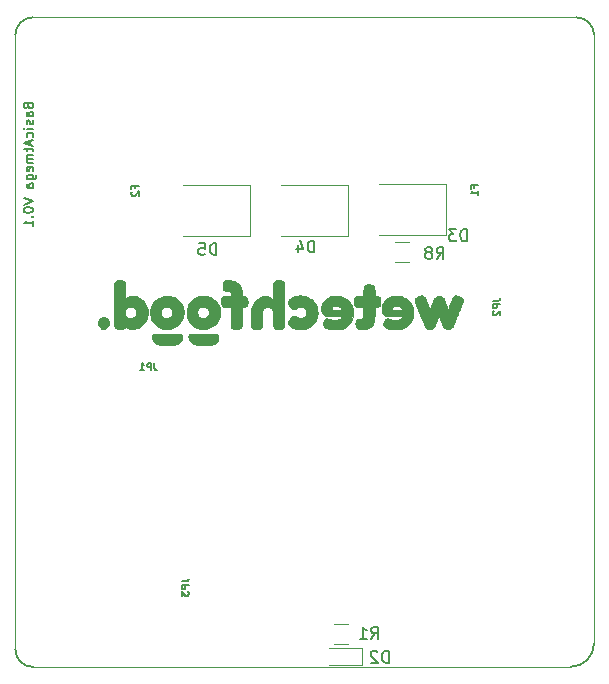
<source format=gbo>
%TF.GenerationSoftware,KiCad,Pcbnew,5.1.5+dfsg1-2build2*%
%TF.CreationDate,2021-01-07T13:42:11+01:00*%
%TF.ProjectId,BasicAtmega328,42617369-6341-4746-9d65-67613332382e,rev?*%
%TF.SameCoordinates,Original*%
%TF.FileFunction,Legend,Bot*%
%TF.FilePolarity,Positive*%
%FSLAX46Y46*%
G04 Gerber Fmt 4.6, Leading zero omitted, Abs format (unit mm)*
G04 Created by KiCad (PCBNEW 5.1.5+dfsg1-2build2) date 2021-01-07 13:42:11*
%MOMM*%
%LPD*%
G04 APERTURE LIST*
%ADD10C,0.127000*%
%ADD11C,0.150000*%
%ADD12C,0.100000*%
%ADD13C,0.010000*%
%ADD14C,0.120000*%
G04 APERTURE END LIST*
D10*
X86000000Y-110006900D02*
G75*
G02X84493100Y-108500000I0J1506900D01*
G01*
X133500000Y-108000000D02*
G75*
G02X131500000Y-110000000I-2000000J0D01*
G01*
X84500000Y-56500000D02*
G75*
G02X86000000Y-55000000I1500000J0D01*
G01*
X132000000Y-55000000D02*
G75*
G02X133500000Y-56500000I0J-1500000D01*
G01*
D11*
X85578957Y-62516366D02*
X85617052Y-62630652D01*
X85655147Y-62668747D01*
X85731338Y-62706842D01*
X85845623Y-62706842D01*
X85921814Y-62668747D01*
X85959909Y-62630652D01*
X85998004Y-62554461D01*
X85998004Y-62249700D01*
X85198004Y-62249700D01*
X85198004Y-62516366D01*
X85236100Y-62592557D01*
X85274195Y-62630652D01*
X85350385Y-62668747D01*
X85426576Y-62668747D01*
X85502766Y-62630652D01*
X85540861Y-62592557D01*
X85578957Y-62516366D01*
X85578957Y-62249700D01*
X85998004Y-63392557D02*
X85578957Y-63392557D01*
X85502766Y-63354461D01*
X85464671Y-63278271D01*
X85464671Y-63125890D01*
X85502766Y-63049700D01*
X85959909Y-63392557D02*
X85998004Y-63316366D01*
X85998004Y-63125890D01*
X85959909Y-63049700D01*
X85883719Y-63011604D01*
X85807528Y-63011604D01*
X85731338Y-63049700D01*
X85693242Y-63125890D01*
X85693242Y-63316366D01*
X85655147Y-63392557D01*
X85959909Y-63735414D02*
X85998004Y-63811604D01*
X85998004Y-63963985D01*
X85959909Y-64040176D01*
X85883719Y-64078271D01*
X85845623Y-64078271D01*
X85769433Y-64040176D01*
X85731338Y-63963985D01*
X85731338Y-63849700D01*
X85693242Y-63773509D01*
X85617052Y-63735414D01*
X85578957Y-63735414D01*
X85502766Y-63773509D01*
X85464671Y-63849700D01*
X85464671Y-63963985D01*
X85502766Y-64040176D01*
X85998004Y-64421128D02*
X85464671Y-64421128D01*
X85198004Y-64421128D02*
X85236100Y-64383033D01*
X85274195Y-64421128D01*
X85236100Y-64459223D01*
X85198004Y-64421128D01*
X85274195Y-64421128D01*
X85959909Y-65144938D02*
X85998004Y-65068747D01*
X85998004Y-64916366D01*
X85959909Y-64840176D01*
X85921814Y-64802080D01*
X85845623Y-64763985D01*
X85617052Y-64763985D01*
X85540861Y-64802080D01*
X85502766Y-64840176D01*
X85464671Y-64916366D01*
X85464671Y-65068747D01*
X85502766Y-65144938D01*
X85769433Y-65449700D02*
X85769433Y-65830652D01*
X85998004Y-65373509D02*
X85198004Y-65640176D01*
X85998004Y-65906842D01*
X85464671Y-66059223D02*
X85464671Y-66363985D01*
X85198004Y-66173509D02*
X85883719Y-66173509D01*
X85959909Y-66211604D01*
X85998004Y-66287795D01*
X85998004Y-66363985D01*
X85998004Y-66630652D02*
X85464671Y-66630652D01*
X85540861Y-66630652D02*
X85502766Y-66668747D01*
X85464671Y-66744938D01*
X85464671Y-66859223D01*
X85502766Y-66935414D01*
X85578957Y-66973509D01*
X85998004Y-66973509D01*
X85578957Y-66973509D02*
X85502766Y-67011604D01*
X85464671Y-67087795D01*
X85464671Y-67202080D01*
X85502766Y-67278271D01*
X85578957Y-67316366D01*
X85998004Y-67316366D01*
X85959909Y-68002080D02*
X85998004Y-67925890D01*
X85998004Y-67773509D01*
X85959909Y-67697319D01*
X85883719Y-67659223D01*
X85578957Y-67659223D01*
X85502766Y-67697319D01*
X85464671Y-67773509D01*
X85464671Y-67925890D01*
X85502766Y-68002080D01*
X85578957Y-68040176D01*
X85655147Y-68040176D01*
X85731338Y-67659223D01*
X85464671Y-68725890D02*
X86112290Y-68725890D01*
X86188480Y-68687795D01*
X86226576Y-68649700D01*
X86264671Y-68573509D01*
X86264671Y-68459223D01*
X86226576Y-68383033D01*
X85959909Y-68725890D02*
X85998004Y-68649700D01*
X85998004Y-68497319D01*
X85959909Y-68421128D01*
X85921814Y-68383033D01*
X85845623Y-68344938D01*
X85617052Y-68344938D01*
X85540861Y-68383033D01*
X85502766Y-68421128D01*
X85464671Y-68497319D01*
X85464671Y-68649700D01*
X85502766Y-68725890D01*
X85998004Y-69449700D02*
X85578957Y-69449700D01*
X85502766Y-69411604D01*
X85464671Y-69335414D01*
X85464671Y-69183033D01*
X85502766Y-69106842D01*
X85959909Y-69449700D02*
X85998004Y-69373509D01*
X85998004Y-69183033D01*
X85959909Y-69106842D01*
X85883719Y-69068747D01*
X85807528Y-69068747D01*
X85731338Y-69106842D01*
X85693242Y-69183033D01*
X85693242Y-69373509D01*
X85655147Y-69449700D01*
X85198004Y-70325890D02*
X85998004Y-70592557D01*
X85198004Y-70859223D01*
X85198004Y-71278271D02*
X85198004Y-71354461D01*
X85236100Y-71430652D01*
X85274195Y-71468747D01*
X85350385Y-71506842D01*
X85502766Y-71544938D01*
X85693242Y-71544938D01*
X85845623Y-71506842D01*
X85921814Y-71468747D01*
X85959909Y-71430652D01*
X85998004Y-71354461D01*
X85998004Y-71278271D01*
X85959909Y-71202080D01*
X85921814Y-71163985D01*
X85845623Y-71125890D01*
X85693242Y-71087795D01*
X85502766Y-71087795D01*
X85350385Y-71125890D01*
X85274195Y-71163985D01*
X85236100Y-71202080D01*
X85198004Y-71278271D01*
X85921814Y-71887795D02*
X85959909Y-71925890D01*
X85998004Y-71887795D01*
X85959909Y-71849700D01*
X85921814Y-71887795D01*
X85998004Y-71887795D01*
X85998004Y-72687795D02*
X85998004Y-72230652D01*
X85998004Y-72459223D02*
X85198004Y-72459223D01*
X85312290Y-72383033D01*
X85388480Y-72306842D01*
X85426576Y-72230652D01*
D12*
X133500000Y-56500000D02*
X133500000Y-108000000D01*
X86000000Y-55000000D02*
X132000000Y-55000000D01*
X84493100Y-108500000D02*
X84500000Y-56500000D01*
X131500000Y-110000000D02*
X86000000Y-110006900D01*
D13*
G36*
X91866828Y-80407422D02*
G01*
X91766411Y-80439548D01*
X91705358Y-80472365D01*
X91647955Y-80520017D01*
X91592525Y-80585227D01*
X91544380Y-80660378D01*
X91508832Y-80737848D01*
X91499296Y-80767906D01*
X91483339Y-80873378D01*
X91490958Y-80978346D01*
X91520527Y-81079132D01*
X91570422Y-81172061D01*
X91639016Y-81253458D01*
X91724685Y-81319646D01*
X91749575Y-81333921D01*
X91790770Y-81354729D01*
X91825676Y-81367854D01*
X91863079Y-81375343D01*
X91911766Y-81379242D01*
X91950500Y-81380725D01*
X92025155Y-81380940D01*
X92081478Y-81375772D01*
X92126087Y-81364592D01*
X92128232Y-81363826D01*
X92216522Y-81319868D01*
X92299504Y-81256213D01*
X92371077Y-81178553D01*
X92425138Y-81092578D01*
X92429955Y-81082418D01*
X92458405Y-80994270D01*
X92469807Y-80897182D01*
X92463390Y-80801585D01*
X92453798Y-80759438D01*
X92425119Y-80687955D01*
X92382219Y-80614149D01*
X92330996Y-80546692D01*
X92277345Y-80494258D01*
X92269297Y-80488110D01*
X92178613Y-80436840D01*
X92077955Y-80406208D01*
X91972352Y-80396356D01*
X91866828Y-80407422D01*
G37*
X91866828Y-80407422D02*
X91766411Y-80439548D01*
X91705358Y-80472365D01*
X91647955Y-80520017D01*
X91592525Y-80585227D01*
X91544380Y-80660378D01*
X91508832Y-80737848D01*
X91499296Y-80767906D01*
X91483339Y-80873378D01*
X91490958Y-80978346D01*
X91520527Y-81079132D01*
X91570422Y-81172061D01*
X91639016Y-81253458D01*
X91724685Y-81319646D01*
X91749575Y-81333921D01*
X91790770Y-81354729D01*
X91825676Y-81367854D01*
X91863079Y-81375343D01*
X91911766Y-81379242D01*
X91950500Y-81380725D01*
X92025155Y-81380940D01*
X92081478Y-81375772D01*
X92126087Y-81364592D01*
X92128232Y-81363826D01*
X92216522Y-81319868D01*
X92299504Y-81256213D01*
X92371077Y-81178553D01*
X92425138Y-81092578D01*
X92429955Y-81082418D01*
X92458405Y-80994270D01*
X92469807Y-80897182D01*
X92463390Y-80801585D01*
X92453798Y-80759438D01*
X92425119Y-80687955D01*
X92382219Y-80614149D01*
X92330996Y-80546692D01*
X92277345Y-80494258D01*
X92269297Y-80488110D01*
X92178613Y-80436840D01*
X92077955Y-80406208D01*
X91972352Y-80396356D01*
X91866828Y-80407422D01*
G36*
X97228849Y-78583899D02*
G01*
X97050397Y-78608978D01*
X96875434Y-78657105D01*
X96706303Y-78728271D01*
X96564945Y-78809433D01*
X96412388Y-78923202D01*
X96278059Y-79052625D01*
X96163279Y-79195922D01*
X96069372Y-79351313D01*
X95997659Y-79517017D01*
X95967712Y-79613556D01*
X95955812Y-79659861D01*
X95947065Y-79700487D01*
X95940988Y-79740770D01*
X95937093Y-79786043D01*
X95934894Y-79841641D01*
X95933906Y-79912899D01*
X95933657Y-79987300D01*
X95933810Y-80075413D01*
X95934805Y-80143396D01*
X95937110Y-80196513D01*
X95941190Y-80240032D01*
X95947513Y-80279216D01*
X95956546Y-80319334D01*
X95966437Y-80357118D01*
X96024661Y-80525511D01*
X96105125Y-80686480D01*
X96205441Y-80837081D01*
X96323221Y-80974365D01*
X96456074Y-81095386D01*
X96601613Y-81197198D01*
X96684775Y-81243220D01*
X96835757Y-81307320D01*
X96998737Y-81354822D01*
X97167736Y-81384822D01*
X97336776Y-81396416D01*
X97499878Y-81388697D01*
X97574335Y-81377861D01*
X97756098Y-81332184D01*
X97930678Y-81262955D01*
X98095330Y-81171632D01*
X98247309Y-81059671D01*
X98346586Y-80967871D01*
X98410828Y-80896646D01*
X98476642Y-80813252D01*
X98539047Y-80724793D01*
X98593062Y-80638371D01*
X98633705Y-80561090D01*
X98637006Y-80553768D01*
X98694563Y-80394275D01*
X98731889Y-80224817D01*
X98749066Y-80049687D01*
X98748045Y-79987300D01*
X97785873Y-79987300D01*
X97784614Y-80045807D01*
X97779393Y-80089506D01*
X97768045Y-80128923D01*
X97748404Y-80174586D01*
X97746523Y-80178584D01*
X97687958Y-80274993D01*
X97611973Y-80356022D01*
X97522039Y-80418761D01*
X97421626Y-80460302D01*
X97405150Y-80464705D01*
X97345957Y-80477133D01*
X97296332Y-80480753D01*
X97243077Y-80475900D01*
X97207303Y-80469710D01*
X97106166Y-80437955D01*
X97015165Y-80384048D01*
X96936936Y-80310107D01*
X96874117Y-80218250D01*
X96860439Y-80191284D01*
X96841353Y-80148399D01*
X96829610Y-80112253D01*
X96823468Y-80073853D01*
X96821189Y-80024211D01*
X96820950Y-79987300D01*
X96821677Y-79928308D01*
X96825080Y-79885872D01*
X96832994Y-79851159D01*
X96847253Y-79815340D01*
X96863718Y-79781434D01*
X96917486Y-79695792D01*
X96985451Y-79621113D01*
X97062210Y-79562560D01*
X97125800Y-79530991D01*
X97168162Y-79516805D01*
X97207667Y-79508756D01*
X97253318Y-79505749D01*
X97314119Y-79506690D01*
X97323024Y-79507022D01*
X97387324Y-79510813D01*
X97435059Y-79517525D01*
X97475041Y-79528966D01*
X97515105Y-79546467D01*
X97592876Y-79597060D01*
X97664159Y-79667602D01*
X97723919Y-79752685D01*
X97745563Y-79793963D01*
X97766357Y-79841320D01*
X97778529Y-79880987D01*
X97784293Y-79923576D01*
X97785862Y-79979703D01*
X97785873Y-79987300D01*
X98748045Y-79987300D01*
X98746175Y-79873177D01*
X98723299Y-79699578D01*
X98680519Y-79533181D01*
X98617917Y-79378280D01*
X98614486Y-79371350D01*
X98522208Y-79215011D01*
X98407510Y-79070549D01*
X98270470Y-78938045D01*
X98111164Y-78817585D01*
X98091387Y-78804486D01*
X97930656Y-78714213D01*
X97761692Y-78647025D01*
X97586840Y-78602915D01*
X97408444Y-78581876D01*
X97228849Y-78583899D01*
G37*
X97228849Y-78583899D02*
X97050397Y-78608978D01*
X96875434Y-78657105D01*
X96706303Y-78728271D01*
X96564945Y-78809433D01*
X96412388Y-78923202D01*
X96278059Y-79052625D01*
X96163279Y-79195922D01*
X96069372Y-79351313D01*
X95997659Y-79517017D01*
X95967712Y-79613556D01*
X95955812Y-79659861D01*
X95947065Y-79700487D01*
X95940988Y-79740770D01*
X95937093Y-79786043D01*
X95934894Y-79841641D01*
X95933906Y-79912899D01*
X95933657Y-79987300D01*
X95933810Y-80075413D01*
X95934805Y-80143396D01*
X95937110Y-80196513D01*
X95941190Y-80240032D01*
X95947513Y-80279216D01*
X95956546Y-80319334D01*
X95966437Y-80357118D01*
X96024661Y-80525511D01*
X96105125Y-80686480D01*
X96205441Y-80837081D01*
X96323221Y-80974365D01*
X96456074Y-81095386D01*
X96601613Y-81197198D01*
X96684775Y-81243220D01*
X96835757Y-81307320D01*
X96998737Y-81354822D01*
X97167736Y-81384822D01*
X97336776Y-81396416D01*
X97499878Y-81388697D01*
X97574335Y-81377861D01*
X97756098Y-81332184D01*
X97930678Y-81262955D01*
X98095330Y-81171632D01*
X98247309Y-81059671D01*
X98346586Y-80967871D01*
X98410828Y-80896646D01*
X98476642Y-80813252D01*
X98539047Y-80724793D01*
X98593062Y-80638371D01*
X98633705Y-80561090D01*
X98637006Y-80553768D01*
X98694563Y-80394275D01*
X98731889Y-80224817D01*
X98749066Y-80049687D01*
X98748045Y-79987300D01*
X97785873Y-79987300D01*
X97784614Y-80045807D01*
X97779393Y-80089506D01*
X97768045Y-80128923D01*
X97748404Y-80174586D01*
X97746523Y-80178584D01*
X97687958Y-80274993D01*
X97611973Y-80356022D01*
X97522039Y-80418761D01*
X97421626Y-80460302D01*
X97405150Y-80464705D01*
X97345957Y-80477133D01*
X97296332Y-80480753D01*
X97243077Y-80475900D01*
X97207303Y-80469710D01*
X97106166Y-80437955D01*
X97015165Y-80384048D01*
X96936936Y-80310107D01*
X96874117Y-80218250D01*
X96860439Y-80191284D01*
X96841353Y-80148399D01*
X96829610Y-80112253D01*
X96823468Y-80073853D01*
X96821189Y-80024211D01*
X96820950Y-79987300D01*
X96821677Y-79928308D01*
X96825080Y-79885872D01*
X96832994Y-79851159D01*
X96847253Y-79815340D01*
X96863718Y-79781434D01*
X96917486Y-79695792D01*
X96985451Y-79621113D01*
X97062210Y-79562560D01*
X97125800Y-79530991D01*
X97168162Y-79516805D01*
X97207667Y-79508756D01*
X97253318Y-79505749D01*
X97314119Y-79506690D01*
X97323024Y-79507022D01*
X97387324Y-79510813D01*
X97435059Y-79517525D01*
X97475041Y-79528966D01*
X97515105Y-79546467D01*
X97592876Y-79597060D01*
X97664159Y-79667602D01*
X97723919Y-79752685D01*
X97745563Y-79793963D01*
X97766357Y-79841320D01*
X97778529Y-79880987D01*
X97784293Y-79923576D01*
X97785862Y-79979703D01*
X97785873Y-79987300D01*
X98748045Y-79987300D01*
X98746175Y-79873177D01*
X98723299Y-79699578D01*
X98680519Y-79533181D01*
X98617917Y-79378280D01*
X98614486Y-79371350D01*
X98522208Y-79215011D01*
X98407510Y-79070549D01*
X98270470Y-78938045D01*
X98111164Y-78817585D01*
X98091387Y-78804486D01*
X97930656Y-78714213D01*
X97761692Y-78647025D01*
X97586840Y-78602915D01*
X97408444Y-78581876D01*
X97228849Y-78583899D01*
G36*
X100248464Y-78591715D02*
G01*
X100075159Y-78623078D01*
X99910296Y-78674384D01*
X99799100Y-78723611D01*
X99681514Y-78791783D01*
X99561795Y-78876850D01*
X99448146Y-78972502D01*
X99355602Y-79064859D01*
X99244909Y-79204920D01*
X99155089Y-79358327D01*
X99086663Y-79523228D01*
X99040154Y-79697771D01*
X99016083Y-79880105D01*
X99014971Y-80068377D01*
X99030518Y-80219094D01*
X99069764Y-80396163D01*
X99131963Y-80565139D01*
X99215402Y-80723989D01*
X99318367Y-80870680D01*
X99439147Y-81003180D01*
X99576027Y-81119455D01*
X99727294Y-81217474D01*
X99891235Y-81295202D01*
X99957906Y-81319467D01*
X100125030Y-81364242D01*
X100298023Y-81389917D01*
X100470471Y-81395974D01*
X100635954Y-81381894D01*
X100667079Y-81376720D01*
X100847592Y-81331424D01*
X101019904Y-81263023D01*
X101181991Y-81173049D01*
X101331831Y-81063035D01*
X101467401Y-80934512D01*
X101586676Y-80789013D01*
X101687636Y-80628070D01*
X101708641Y-80587861D01*
X101769042Y-80441592D01*
X101811057Y-80282246D01*
X101834525Y-80114440D01*
X101837463Y-80008460D01*
X100876697Y-80008460D01*
X100860007Y-80110438D01*
X100819967Y-80209240D01*
X100756440Y-80302012D01*
X100745470Y-80314572D01*
X100687177Y-80367521D01*
X100615249Y-80415260D01*
X100539439Y-80452043D01*
X100481953Y-80469845D01*
X100403290Y-80477241D01*
X100315960Y-80470697D01*
X100231579Y-80451559D01*
X100190210Y-80435965D01*
X100122931Y-80395614D01*
X100055811Y-80337592D01*
X99995558Y-80268771D01*
X99948878Y-80196019D01*
X99941654Y-80181371D01*
X99924202Y-80139862D01*
X99913804Y-80101611D01*
X99908748Y-80057253D01*
X99907321Y-79997422D01*
X99907313Y-79993650D01*
X99908241Y-79934706D01*
X99912497Y-79891393D01*
X99922045Y-79853976D01*
X99938845Y-79812721D01*
X99947563Y-79793963D01*
X100000947Y-79703652D01*
X100068209Y-79625636D01*
X100144345Y-79565287D01*
X100178519Y-79546129D01*
X100212964Y-79530348D01*
X100243843Y-79520141D01*
X100278325Y-79514316D01*
X100323581Y-79511683D01*
X100386781Y-79511050D01*
X100389650Y-79511050D01*
X100475372Y-79513775D01*
X100543016Y-79523585D01*
X100599478Y-79542929D01*
X100651655Y-79574257D01*
X100706441Y-79620018D01*
X100712668Y-79625799D01*
X100788022Y-79711974D01*
X100840569Y-79806376D01*
X100870173Y-79906155D01*
X100876697Y-80008460D01*
X101837463Y-80008460D01*
X101839284Y-79942791D01*
X101825173Y-79771914D01*
X101792031Y-79606427D01*
X101747679Y-79470652D01*
X101673631Y-79316308D01*
X101577668Y-79170365D01*
X101462558Y-79035228D01*
X101331067Y-78913297D01*
X101185963Y-78806975D01*
X101030012Y-78718666D01*
X100865980Y-78650771D01*
X100770691Y-78622322D01*
X100601065Y-78590833D01*
X100425378Y-78580798D01*
X100248464Y-78591715D01*
G37*
X100248464Y-78591715D02*
X100075159Y-78623078D01*
X99910296Y-78674384D01*
X99799100Y-78723611D01*
X99681514Y-78791783D01*
X99561795Y-78876850D01*
X99448146Y-78972502D01*
X99355602Y-79064859D01*
X99244909Y-79204920D01*
X99155089Y-79358327D01*
X99086663Y-79523228D01*
X99040154Y-79697771D01*
X99016083Y-79880105D01*
X99014971Y-80068377D01*
X99030518Y-80219094D01*
X99069764Y-80396163D01*
X99131963Y-80565139D01*
X99215402Y-80723989D01*
X99318367Y-80870680D01*
X99439147Y-81003180D01*
X99576027Y-81119455D01*
X99727294Y-81217474D01*
X99891235Y-81295202D01*
X99957906Y-81319467D01*
X100125030Y-81364242D01*
X100298023Y-81389917D01*
X100470471Y-81395974D01*
X100635954Y-81381894D01*
X100667079Y-81376720D01*
X100847592Y-81331424D01*
X101019904Y-81263023D01*
X101181991Y-81173049D01*
X101331831Y-81063035D01*
X101467401Y-80934512D01*
X101586676Y-80789013D01*
X101687636Y-80628070D01*
X101708641Y-80587861D01*
X101769042Y-80441592D01*
X101811057Y-80282246D01*
X101834525Y-80114440D01*
X101837463Y-80008460D01*
X100876697Y-80008460D01*
X100860007Y-80110438D01*
X100819967Y-80209240D01*
X100756440Y-80302012D01*
X100745470Y-80314572D01*
X100687177Y-80367521D01*
X100615249Y-80415260D01*
X100539439Y-80452043D01*
X100481953Y-80469845D01*
X100403290Y-80477241D01*
X100315960Y-80470697D01*
X100231579Y-80451559D01*
X100190210Y-80435965D01*
X100122931Y-80395614D01*
X100055811Y-80337592D01*
X99995558Y-80268771D01*
X99948878Y-80196019D01*
X99941654Y-80181371D01*
X99924202Y-80139862D01*
X99913804Y-80101611D01*
X99908748Y-80057253D01*
X99907321Y-79997422D01*
X99907313Y-79993650D01*
X99908241Y-79934706D01*
X99912497Y-79891393D01*
X99922045Y-79853976D01*
X99938845Y-79812721D01*
X99947563Y-79793963D01*
X100000947Y-79703652D01*
X100068209Y-79625636D01*
X100144345Y-79565287D01*
X100178519Y-79546129D01*
X100212964Y-79530348D01*
X100243843Y-79520141D01*
X100278325Y-79514316D01*
X100323581Y-79511683D01*
X100386781Y-79511050D01*
X100389650Y-79511050D01*
X100475372Y-79513775D01*
X100543016Y-79523585D01*
X100599478Y-79542929D01*
X100651655Y-79574257D01*
X100706441Y-79620018D01*
X100712668Y-79625799D01*
X100788022Y-79711974D01*
X100840569Y-79806376D01*
X100870173Y-79906155D01*
X100876697Y-80008460D01*
X101837463Y-80008460D01*
X101839284Y-79942791D01*
X101825173Y-79771914D01*
X101792031Y-79606427D01*
X101747679Y-79470652D01*
X101673631Y-79316308D01*
X101577668Y-79170365D01*
X101462558Y-79035228D01*
X101331067Y-78913297D01*
X101185963Y-78806975D01*
X101030012Y-78718666D01*
X100865980Y-78650771D01*
X100770691Y-78622322D01*
X100601065Y-78590833D01*
X100425378Y-78580798D01*
X100248464Y-78591715D01*
G36*
X93221523Y-77269384D02*
G01*
X93128946Y-77283537D01*
X93057227Y-77304020D01*
X93002110Y-77333354D01*
X92959340Y-77374062D01*
X92924661Y-77428666D01*
X92913447Y-77451968D01*
X92883950Y-77517150D01*
X92883950Y-81149350D01*
X92919997Y-81222758D01*
X92946943Y-81270412D01*
X92976484Y-81303314D01*
X93017576Y-81331301D01*
X93020129Y-81332767D01*
X93086065Y-81361000D01*
X93170284Y-81382716D01*
X93266304Y-81397049D01*
X93367644Y-81403135D01*
X93467823Y-81400109D01*
X93500438Y-81396855D01*
X93555862Y-81386753D01*
X93611569Y-81371141D01*
X93643661Y-81358642D01*
X93695202Y-81326614D01*
X93742514Y-81283560D01*
X93779172Y-81236381D01*
X93798732Y-81192063D01*
X93806827Y-81155205D01*
X93887013Y-81219011D01*
X94002145Y-81295870D01*
X94127420Y-81350772D01*
X94264491Y-81384257D01*
X94415013Y-81396864D01*
X94433350Y-81397000D01*
X94596292Y-81384478D01*
X94755051Y-81347176D01*
X94908833Y-81285486D01*
X95056845Y-81199798D01*
X95198292Y-81090507D01*
X95332382Y-80958002D01*
X95340553Y-80948900D01*
X95462499Y-80794461D01*
X95560653Y-80631321D01*
X95635222Y-80459100D01*
X95671022Y-80342566D01*
X95687760Y-80258810D01*
X95699821Y-80158394D01*
X95706809Y-80049695D01*
X95707682Y-79987194D01*
X94738150Y-79987194D01*
X94737392Y-80046636D01*
X94733925Y-80089533D01*
X94725964Y-80124725D01*
X94711720Y-80161050D01*
X94696569Y-80192873D01*
X94640968Y-80280675D01*
X94568326Y-80356761D01*
X94483628Y-80417169D01*
X94391858Y-80457939D01*
X94349127Y-80468914D01*
X94281644Y-80478994D01*
X94223082Y-80478891D01*
X94158985Y-80468350D01*
X94145728Y-80465321D01*
X94045597Y-80429046D01*
X93956839Y-80370663D01*
X93880973Y-80291476D01*
X93819515Y-80192787D01*
X93813362Y-80180081D01*
X93792079Y-80131219D01*
X93780074Y-80090430D01*
X93774934Y-80046229D01*
X93774184Y-79993650D01*
X93784168Y-79888423D01*
X93813942Y-79794699D01*
X93865887Y-79705487D01*
X93877740Y-79689415D01*
X93947760Y-79611693D01*
X94024167Y-79556420D01*
X94110412Y-79522055D01*
X94209945Y-79507058D01*
X94286052Y-79507091D01*
X94397060Y-79523399D01*
X94494333Y-79560988D01*
X94578199Y-79620077D01*
X94648985Y-79700887D01*
X94697343Y-79783193D01*
X94716875Y-79825140D01*
X94728961Y-79860021D01*
X94735358Y-79896619D01*
X94737823Y-79943721D01*
X94738150Y-79987194D01*
X95707682Y-79987194D01*
X95708326Y-79941091D01*
X95703973Y-79840960D01*
X95697599Y-79782956D01*
X95659682Y-79605623D01*
X95598835Y-79437010D01*
X95514587Y-79276238D01*
X95406466Y-79122428D01*
X95274000Y-78974704D01*
X95251580Y-78952607D01*
X95119220Y-78835609D01*
X94987246Y-78742743D01*
X94853161Y-78672904D01*
X94714467Y-78624987D01*
X94568665Y-78597890D01*
X94432207Y-78590388D01*
X94293702Y-78597559D01*
X94172574Y-78620130D01*
X94065070Y-78659409D01*
X93967435Y-78716707D01*
X93891087Y-78778992D01*
X93817400Y-78847035D01*
X93817400Y-78192094D01*
X93817373Y-78046173D01*
X93817232Y-77923373D01*
X93816894Y-77821415D01*
X93816272Y-77738021D01*
X93815281Y-77670911D01*
X93813836Y-77617807D01*
X93811851Y-77576430D01*
X93809240Y-77544501D01*
X93805918Y-77519741D01*
X93801800Y-77499871D01*
X93796801Y-77482613D01*
X93790834Y-77465688D01*
X93790078Y-77463651D01*
X93767765Y-77415906D01*
X93739692Y-77371977D01*
X93721467Y-77350896D01*
X93670814Y-77317188D01*
X93599805Y-77290846D01*
X93512588Y-77272547D01*
X93413309Y-77262967D01*
X93306116Y-77262782D01*
X93221523Y-77269384D01*
G37*
X93221523Y-77269384D02*
X93128946Y-77283537D01*
X93057227Y-77304020D01*
X93002110Y-77333354D01*
X92959340Y-77374062D01*
X92924661Y-77428666D01*
X92913447Y-77451968D01*
X92883950Y-77517150D01*
X92883950Y-81149350D01*
X92919997Y-81222758D01*
X92946943Y-81270412D01*
X92976484Y-81303314D01*
X93017576Y-81331301D01*
X93020129Y-81332767D01*
X93086065Y-81361000D01*
X93170284Y-81382716D01*
X93266304Y-81397049D01*
X93367644Y-81403135D01*
X93467823Y-81400109D01*
X93500438Y-81396855D01*
X93555862Y-81386753D01*
X93611569Y-81371141D01*
X93643661Y-81358642D01*
X93695202Y-81326614D01*
X93742514Y-81283560D01*
X93779172Y-81236381D01*
X93798732Y-81192063D01*
X93806827Y-81155205D01*
X93887013Y-81219011D01*
X94002145Y-81295870D01*
X94127420Y-81350772D01*
X94264491Y-81384257D01*
X94415013Y-81396864D01*
X94433350Y-81397000D01*
X94596292Y-81384478D01*
X94755051Y-81347176D01*
X94908833Y-81285486D01*
X95056845Y-81199798D01*
X95198292Y-81090507D01*
X95332382Y-80958002D01*
X95340553Y-80948900D01*
X95462499Y-80794461D01*
X95560653Y-80631321D01*
X95635222Y-80459100D01*
X95671022Y-80342566D01*
X95687760Y-80258810D01*
X95699821Y-80158394D01*
X95706809Y-80049695D01*
X95707682Y-79987194D01*
X94738150Y-79987194D01*
X94737392Y-80046636D01*
X94733925Y-80089533D01*
X94725964Y-80124725D01*
X94711720Y-80161050D01*
X94696569Y-80192873D01*
X94640968Y-80280675D01*
X94568326Y-80356761D01*
X94483628Y-80417169D01*
X94391858Y-80457939D01*
X94349127Y-80468914D01*
X94281644Y-80478994D01*
X94223082Y-80478891D01*
X94158985Y-80468350D01*
X94145728Y-80465321D01*
X94045597Y-80429046D01*
X93956839Y-80370663D01*
X93880973Y-80291476D01*
X93819515Y-80192787D01*
X93813362Y-80180081D01*
X93792079Y-80131219D01*
X93780074Y-80090430D01*
X93774934Y-80046229D01*
X93774184Y-79993650D01*
X93784168Y-79888423D01*
X93813942Y-79794699D01*
X93865887Y-79705487D01*
X93877740Y-79689415D01*
X93947760Y-79611693D01*
X94024167Y-79556420D01*
X94110412Y-79522055D01*
X94209945Y-79507058D01*
X94286052Y-79507091D01*
X94397060Y-79523399D01*
X94494333Y-79560988D01*
X94578199Y-79620077D01*
X94648985Y-79700887D01*
X94697343Y-79783193D01*
X94716875Y-79825140D01*
X94728961Y-79860021D01*
X94735358Y-79896619D01*
X94737823Y-79943721D01*
X94738150Y-79987194D01*
X95707682Y-79987194D01*
X95708326Y-79941091D01*
X95703973Y-79840960D01*
X95697599Y-79782956D01*
X95659682Y-79605623D01*
X95598835Y-79437010D01*
X95514587Y-79276238D01*
X95406466Y-79122428D01*
X95274000Y-78974704D01*
X95251580Y-78952607D01*
X95119220Y-78835609D01*
X94987246Y-78742743D01*
X94853161Y-78672904D01*
X94714467Y-78624987D01*
X94568665Y-78597890D01*
X94432207Y-78590388D01*
X94293702Y-78597559D01*
X94172574Y-78620130D01*
X94065070Y-78659409D01*
X93967435Y-78716707D01*
X93891087Y-78778992D01*
X93817400Y-78847035D01*
X93817400Y-78192094D01*
X93817373Y-78046173D01*
X93817232Y-77923373D01*
X93816894Y-77821415D01*
X93816272Y-77738021D01*
X93815281Y-77670911D01*
X93813836Y-77617807D01*
X93811851Y-77576430D01*
X93809240Y-77544501D01*
X93805918Y-77519741D01*
X93801800Y-77499871D01*
X93796801Y-77482613D01*
X93790834Y-77465688D01*
X93790078Y-77463651D01*
X93767765Y-77415906D01*
X93739692Y-77371977D01*
X93721467Y-77350896D01*
X93670814Y-77317188D01*
X93599805Y-77290846D01*
X93512588Y-77272547D01*
X93413309Y-77262967D01*
X93306116Y-77262782D01*
X93221523Y-77269384D01*
G36*
X102471057Y-77259049D02*
G01*
X102396649Y-77261164D01*
X102342335Y-77263815D01*
X102302809Y-77267821D01*
X102272765Y-77274000D01*
X102246899Y-77283172D01*
X102219905Y-77296156D01*
X102215334Y-77298534D01*
X102162728Y-77333328D01*
X102122155Y-77374085D01*
X102116719Y-77381720D01*
X102086482Y-77444929D01*
X102064919Y-77526190D01*
X102052042Y-77619679D01*
X102047859Y-77719573D01*
X102052381Y-77820048D01*
X102065619Y-77915280D01*
X102087582Y-77999445D01*
X102115538Y-78062156D01*
X102159712Y-78114972D01*
X102213643Y-78151763D01*
X102243082Y-78166769D01*
X102270717Y-78177377D01*
X102302339Y-78184659D01*
X102343736Y-78189689D01*
X102400698Y-78193542D01*
X102452719Y-78196104D01*
X102541546Y-78201113D01*
X102608163Y-78208923D01*
X102655761Y-78222624D01*
X102687528Y-78245304D01*
X102706652Y-78280053D01*
X102716325Y-78329959D01*
X102719733Y-78398113D01*
X102720100Y-78455098D01*
X102720100Y-78619044D01*
X102666125Y-78611153D01*
X102601881Y-78603785D01*
X102526230Y-78598280D01*
X102445211Y-78594743D01*
X102364864Y-78593278D01*
X102291227Y-78593989D01*
X102230341Y-78596981D01*
X102188244Y-78602358D01*
X102186035Y-78602855D01*
X102092892Y-78633255D01*
X102021084Y-78676151D01*
X101969182Y-78732761D01*
X101935762Y-78804304D01*
X101931123Y-78820697D01*
X101921657Y-78874827D01*
X101915686Y-78945172D01*
X101913125Y-79025016D01*
X101913889Y-79107641D01*
X101917893Y-79186330D01*
X101925052Y-79254366D01*
X101935283Y-79305033D01*
X101937315Y-79311419D01*
X101964142Y-79374157D01*
X101998655Y-79424695D01*
X102043322Y-79463982D01*
X102100611Y-79492964D01*
X102172989Y-79512591D01*
X102262924Y-79523808D01*
X102372883Y-79527565D01*
X102494065Y-79525238D01*
X102718879Y-79516947D01*
X102722665Y-80326798D01*
X102726450Y-81136650D01*
X102755569Y-81208687D01*
X102794302Y-81278432D01*
X102846991Y-81336011D01*
X102908064Y-81375854D01*
X102931927Y-81385065D01*
X102960615Y-81390277D01*
X103008601Y-81395099D01*
X103070010Y-81399316D01*
X103138967Y-81402714D01*
X103209598Y-81405078D01*
X103276028Y-81406191D01*
X103332383Y-81405840D01*
X103372789Y-81403809D01*
X103386850Y-81401715D01*
X103470096Y-81376188D01*
X103533244Y-81344456D01*
X103581495Y-81302593D01*
X103620050Y-81246674D01*
X103637025Y-81212850D01*
X103666250Y-81149350D01*
X103673646Y-79520108D01*
X103815998Y-79515309D01*
X103909529Y-79508633D01*
X103982036Y-79494038D01*
X104037311Y-79469021D01*
X104079145Y-79431082D01*
X104111330Y-79377719D01*
X104137657Y-79306432D01*
X104138904Y-79302297D01*
X104149626Y-79249305D01*
X104156613Y-79179384D01*
X104159868Y-79099833D01*
X104159394Y-79017952D01*
X104155193Y-78941038D01*
X104147268Y-78876392D01*
X104138734Y-78839889D01*
X104100948Y-78755524D01*
X104048788Y-78689838D01*
X103999451Y-78653168D01*
X103970092Y-78638672D01*
X103938633Y-78629008D01*
X103898308Y-78622909D01*
X103842353Y-78619109D01*
X103810780Y-78617829D01*
X103675909Y-78613003D01*
X103669308Y-78382576D01*
X103666389Y-78295045D01*
X103662882Y-78227303D01*
X103658134Y-78173736D01*
X103651491Y-78128735D01*
X103642297Y-78086686D01*
X103629899Y-78041979D01*
X103629398Y-78040295D01*
X103572634Y-77888979D01*
X103496808Y-77748991D01*
X103404074Y-77622659D01*
X103296582Y-77512308D01*
X103176486Y-77420268D01*
X103045936Y-77348864D01*
X102959145Y-77315476D01*
X102862941Y-77288713D01*
X102763729Y-77270717D01*
X102655213Y-77260760D01*
X102531097Y-77258113D01*
X102471057Y-77259049D01*
G37*
X102471057Y-77259049D02*
X102396649Y-77261164D01*
X102342335Y-77263815D01*
X102302809Y-77267821D01*
X102272765Y-77274000D01*
X102246899Y-77283172D01*
X102219905Y-77296156D01*
X102215334Y-77298534D01*
X102162728Y-77333328D01*
X102122155Y-77374085D01*
X102116719Y-77381720D01*
X102086482Y-77444929D01*
X102064919Y-77526190D01*
X102052042Y-77619679D01*
X102047859Y-77719573D01*
X102052381Y-77820048D01*
X102065619Y-77915280D01*
X102087582Y-77999445D01*
X102115538Y-78062156D01*
X102159712Y-78114972D01*
X102213643Y-78151763D01*
X102243082Y-78166769D01*
X102270717Y-78177377D01*
X102302339Y-78184659D01*
X102343736Y-78189689D01*
X102400698Y-78193542D01*
X102452719Y-78196104D01*
X102541546Y-78201113D01*
X102608163Y-78208923D01*
X102655761Y-78222624D01*
X102687528Y-78245304D01*
X102706652Y-78280053D01*
X102716325Y-78329959D01*
X102719733Y-78398113D01*
X102720100Y-78455098D01*
X102720100Y-78619044D01*
X102666125Y-78611153D01*
X102601881Y-78603785D01*
X102526230Y-78598280D01*
X102445211Y-78594743D01*
X102364864Y-78593278D01*
X102291227Y-78593989D01*
X102230341Y-78596981D01*
X102188244Y-78602358D01*
X102186035Y-78602855D01*
X102092892Y-78633255D01*
X102021084Y-78676151D01*
X101969182Y-78732761D01*
X101935762Y-78804304D01*
X101931123Y-78820697D01*
X101921657Y-78874827D01*
X101915686Y-78945172D01*
X101913125Y-79025016D01*
X101913889Y-79107641D01*
X101917893Y-79186330D01*
X101925052Y-79254366D01*
X101935283Y-79305033D01*
X101937315Y-79311419D01*
X101964142Y-79374157D01*
X101998655Y-79424695D01*
X102043322Y-79463982D01*
X102100611Y-79492964D01*
X102172989Y-79512591D01*
X102262924Y-79523808D01*
X102372883Y-79527565D01*
X102494065Y-79525238D01*
X102718879Y-79516947D01*
X102722665Y-80326798D01*
X102726450Y-81136650D01*
X102755569Y-81208687D01*
X102794302Y-81278432D01*
X102846991Y-81336011D01*
X102908064Y-81375854D01*
X102931927Y-81385065D01*
X102960615Y-81390277D01*
X103008601Y-81395099D01*
X103070010Y-81399316D01*
X103138967Y-81402714D01*
X103209598Y-81405078D01*
X103276028Y-81406191D01*
X103332383Y-81405840D01*
X103372789Y-81403809D01*
X103386850Y-81401715D01*
X103470096Y-81376188D01*
X103533244Y-81344456D01*
X103581495Y-81302593D01*
X103620050Y-81246674D01*
X103637025Y-81212850D01*
X103666250Y-81149350D01*
X103673646Y-79520108D01*
X103815998Y-79515309D01*
X103909529Y-79508633D01*
X103982036Y-79494038D01*
X104037311Y-79469021D01*
X104079145Y-79431082D01*
X104111330Y-79377719D01*
X104137657Y-79306432D01*
X104138904Y-79302297D01*
X104149626Y-79249305D01*
X104156613Y-79179384D01*
X104159868Y-79099833D01*
X104159394Y-79017952D01*
X104155193Y-78941038D01*
X104147268Y-78876392D01*
X104138734Y-78839889D01*
X104100948Y-78755524D01*
X104048788Y-78689838D01*
X103999451Y-78653168D01*
X103970092Y-78638672D01*
X103938633Y-78629008D01*
X103898308Y-78622909D01*
X103842353Y-78619109D01*
X103810780Y-78617829D01*
X103675909Y-78613003D01*
X103669308Y-78382576D01*
X103666389Y-78295045D01*
X103662882Y-78227303D01*
X103658134Y-78173736D01*
X103651491Y-78128735D01*
X103642297Y-78086686D01*
X103629899Y-78041979D01*
X103629398Y-78040295D01*
X103572634Y-77888979D01*
X103496808Y-77748991D01*
X103404074Y-77622659D01*
X103296582Y-77512308D01*
X103176486Y-77420268D01*
X103045936Y-77348864D01*
X102959145Y-77315476D01*
X102862941Y-77288713D01*
X102763729Y-77270717D01*
X102655213Y-77260760D01*
X102531097Y-77258113D01*
X102471057Y-77259049D01*
G36*
X106675071Y-77269461D02*
G01*
X106581127Y-77282835D01*
X106505886Y-77306350D01*
X106446613Y-77341172D01*
X106400574Y-77388469D01*
X106366641Y-77445941D01*
X106333250Y-77517150D01*
X106329655Y-78209300D01*
X106326059Y-78901450D01*
X106244739Y-78823486D01*
X106130602Y-78729045D01*
X106009166Y-78658072D01*
X105933200Y-78626634D01*
X105893668Y-78613883D01*
X105855610Y-78605391D01*
X105812255Y-78600360D01*
X105756830Y-78597993D01*
X105685550Y-78597489D01*
X105614883Y-78598923D01*
X105545547Y-78602633D01*
X105485647Y-78608051D01*
X105444250Y-78614397D01*
X105290721Y-78660672D01*
X105144093Y-78729799D01*
X105006410Y-78819696D01*
X104879714Y-78928283D01*
X104766049Y-79053480D01*
X104667458Y-79193207D01*
X104585984Y-79345383D01*
X104523670Y-79507928D01*
X104506051Y-79569622D01*
X104492307Y-79627311D01*
X104480776Y-79687426D01*
X104471288Y-79752653D01*
X104463674Y-79825678D01*
X104457764Y-79909189D01*
X104453391Y-80005870D01*
X104450383Y-80118409D01*
X104448573Y-80249491D01*
X104447790Y-80401802D01*
X104447736Y-80495300D01*
X104448110Y-80646764D01*
X104449110Y-80775117D01*
X104450887Y-80882641D01*
X104453593Y-80971621D01*
X104457378Y-81044341D01*
X104462393Y-81103083D01*
X104468790Y-81150133D01*
X104476719Y-81187773D01*
X104486331Y-81218287D01*
X104497166Y-81242768D01*
X104530685Y-81295462D01*
X104573020Y-81336211D01*
X104627222Y-81366178D01*
X104696342Y-81386529D01*
X104783431Y-81398430D01*
X104891539Y-81403046D01*
X104917200Y-81403199D01*
X105032455Y-81400220D01*
X105125992Y-81390229D01*
X105200833Y-81371957D01*
X105260002Y-81344135D01*
X105306524Y-81305496D01*
X105343422Y-81254769D01*
X105363049Y-81216117D01*
X105369717Y-81200904D01*
X105375336Y-81185996D01*
X105380020Y-81169139D01*
X105383884Y-81148082D01*
X105387041Y-81120571D01*
X105389606Y-81084356D01*
X105391692Y-81037182D01*
X105393414Y-80976798D01*
X105394887Y-80900951D01*
X105396223Y-80807390D01*
X105397538Y-80693861D01*
X105398946Y-80558112D01*
X105399578Y-80495300D01*
X105401061Y-80349698D01*
X105402410Y-80227251D01*
X105403736Y-80125715D01*
X105405153Y-80042844D01*
X105406771Y-79976395D01*
X105408702Y-79924124D01*
X105411058Y-79883786D01*
X105413951Y-79853136D01*
X105417493Y-79829931D01*
X105421795Y-79811926D01*
X105426969Y-79796878D01*
X105433127Y-79782541D01*
X105435317Y-79777750D01*
X105476724Y-79709633D01*
X105533750Y-79645565D01*
X105598741Y-79593192D01*
X105646284Y-79566968D01*
X105742044Y-79538726D01*
X105844193Y-79532024D01*
X105947818Y-79545655D01*
X106048005Y-79578414D01*
X106139839Y-79629095D01*
X106218407Y-79696490D01*
X106230918Y-79710486D01*
X106250209Y-79732799D01*
X106266513Y-79752466D01*
X106280100Y-79771739D01*
X106291242Y-79792872D01*
X106300210Y-79818120D01*
X106307275Y-79849737D01*
X106312708Y-79889975D01*
X106316781Y-79941090D01*
X106319765Y-80005334D01*
X106321932Y-80084963D01*
X106323552Y-80182229D01*
X106324897Y-80299387D01*
X106326238Y-80438691D01*
X106326900Y-80508000D01*
X106333250Y-81162050D01*
X106369394Y-81235701D01*
X106406066Y-81295286D01*
X106451931Y-81338611D01*
X106512299Y-81369436D01*
X106588162Y-81390619D01*
X106663594Y-81401637D01*
X106753253Y-81407129D01*
X106847330Y-81407093D01*
X106936011Y-81401525D01*
X107008020Y-81390745D01*
X107088174Y-81368456D01*
X107147914Y-81339018D01*
X107192011Y-81298579D01*
X107225238Y-81243287D01*
X107241682Y-81202115D01*
X107245179Y-81191750D01*
X107248335Y-81180698D01*
X107251166Y-81167685D01*
X107253686Y-81151434D01*
X107255910Y-81130673D01*
X107257854Y-81104126D01*
X107259531Y-81070518D01*
X107260958Y-81028575D01*
X107262148Y-80977023D01*
X107263116Y-80914586D01*
X107263878Y-80839990D01*
X107264447Y-80751960D01*
X107264840Y-80649222D01*
X107265071Y-80530502D01*
X107265154Y-80394523D01*
X107265105Y-80240013D01*
X107264938Y-80065695D01*
X107264668Y-79870297D01*
X107264310Y-79652542D01*
X107263879Y-79411156D01*
X107263695Y-79310859D01*
X107260350Y-77491750D01*
X107225507Y-77425658D01*
X107188054Y-77371404D01*
X107138036Y-77329345D01*
X107073044Y-77298591D01*
X106990670Y-77278254D01*
X106888507Y-77267445D01*
X106790450Y-77265061D01*
X106675071Y-77269461D01*
G37*
X106675071Y-77269461D02*
X106581127Y-77282835D01*
X106505886Y-77306350D01*
X106446613Y-77341172D01*
X106400574Y-77388469D01*
X106366641Y-77445941D01*
X106333250Y-77517150D01*
X106329655Y-78209300D01*
X106326059Y-78901450D01*
X106244739Y-78823486D01*
X106130602Y-78729045D01*
X106009166Y-78658072D01*
X105933200Y-78626634D01*
X105893668Y-78613883D01*
X105855610Y-78605391D01*
X105812255Y-78600360D01*
X105756830Y-78597993D01*
X105685550Y-78597489D01*
X105614883Y-78598923D01*
X105545547Y-78602633D01*
X105485647Y-78608051D01*
X105444250Y-78614397D01*
X105290721Y-78660672D01*
X105144093Y-78729799D01*
X105006410Y-78819696D01*
X104879714Y-78928283D01*
X104766049Y-79053480D01*
X104667458Y-79193207D01*
X104585984Y-79345383D01*
X104523670Y-79507928D01*
X104506051Y-79569622D01*
X104492307Y-79627311D01*
X104480776Y-79687426D01*
X104471288Y-79752653D01*
X104463674Y-79825678D01*
X104457764Y-79909189D01*
X104453391Y-80005870D01*
X104450383Y-80118409D01*
X104448573Y-80249491D01*
X104447790Y-80401802D01*
X104447736Y-80495300D01*
X104448110Y-80646764D01*
X104449110Y-80775117D01*
X104450887Y-80882641D01*
X104453593Y-80971621D01*
X104457378Y-81044341D01*
X104462393Y-81103083D01*
X104468790Y-81150133D01*
X104476719Y-81187773D01*
X104486331Y-81218287D01*
X104497166Y-81242768D01*
X104530685Y-81295462D01*
X104573020Y-81336211D01*
X104627222Y-81366178D01*
X104696342Y-81386529D01*
X104783431Y-81398430D01*
X104891539Y-81403046D01*
X104917200Y-81403199D01*
X105032455Y-81400220D01*
X105125992Y-81390229D01*
X105200833Y-81371957D01*
X105260002Y-81344135D01*
X105306524Y-81305496D01*
X105343422Y-81254769D01*
X105363049Y-81216117D01*
X105369717Y-81200904D01*
X105375336Y-81185996D01*
X105380020Y-81169139D01*
X105383884Y-81148082D01*
X105387041Y-81120571D01*
X105389606Y-81084356D01*
X105391692Y-81037182D01*
X105393414Y-80976798D01*
X105394887Y-80900951D01*
X105396223Y-80807390D01*
X105397538Y-80693861D01*
X105398946Y-80558112D01*
X105399578Y-80495300D01*
X105401061Y-80349698D01*
X105402410Y-80227251D01*
X105403736Y-80125715D01*
X105405153Y-80042844D01*
X105406771Y-79976395D01*
X105408702Y-79924124D01*
X105411058Y-79883786D01*
X105413951Y-79853136D01*
X105417493Y-79829931D01*
X105421795Y-79811926D01*
X105426969Y-79796878D01*
X105433127Y-79782541D01*
X105435317Y-79777750D01*
X105476724Y-79709633D01*
X105533750Y-79645565D01*
X105598741Y-79593192D01*
X105646284Y-79566968D01*
X105742044Y-79538726D01*
X105844193Y-79532024D01*
X105947818Y-79545655D01*
X106048005Y-79578414D01*
X106139839Y-79629095D01*
X106218407Y-79696490D01*
X106230918Y-79710486D01*
X106250209Y-79732799D01*
X106266513Y-79752466D01*
X106280100Y-79771739D01*
X106291242Y-79792872D01*
X106300210Y-79818120D01*
X106307275Y-79849737D01*
X106312708Y-79889975D01*
X106316781Y-79941090D01*
X106319765Y-80005334D01*
X106321932Y-80084963D01*
X106323552Y-80182229D01*
X106324897Y-80299387D01*
X106326238Y-80438691D01*
X106326900Y-80508000D01*
X106333250Y-81162050D01*
X106369394Y-81235701D01*
X106406066Y-81295286D01*
X106451931Y-81338611D01*
X106512299Y-81369436D01*
X106588162Y-81390619D01*
X106663594Y-81401637D01*
X106753253Y-81407129D01*
X106847330Y-81407093D01*
X106936011Y-81401525D01*
X107008020Y-81390745D01*
X107088174Y-81368456D01*
X107147914Y-81339018D01*
X107192011Y-81298579D01*
X107225238Y-81243287D01*
X107241682Y-81202115D01*
X107245179Y-81191750D01*
X107248335Y-81180698D01*
X107251166Y-81167685D01*
X107253686Y-81151434D01*
X107255910Y-81130673D01*
X107257854Y-81104126D01*
X107259531Y-81070518D01*
X107260958Y-81028575D01*
X107262148Y-80977023D01*
X107263116Y-80914586D01*
X107263878Y-80839990D01*
X107264447Y-80751960D01*
X107264840Y-80649222D01*
X107265071Y-80530502D01*
X107265154Y-80394523D01*
X107265105Y-80240013D01*
X107264938Y-80065695D01*
X107264668Y-79870297D01*
X107264310Y-79652542D01*
X107263879Y-79411156D01*
X107263695Y-79310859D01*
X107260350Y-77491750D01*
X107225507Y-77425658D01*
X107188054Y-77371404D01*
X107138036Y-77329345D01*
X107073044Y-77298591D01*
X106990670Y-77278254D01*
X106888507Y-77267445D01*
X106790450Y-77265061D01*
X106675071Y-77269461D01*
G36*
X114330428Y-77620702D02*
G01*
X114229369Y-77639772D01*
X114143303Y-77671067D01*
X114075147Y-77713840D01*
X114033514Y-77758609D01*
X114016582Y-77787155D01*
X114002964Y-77820643D01*
X113992332Y-77861970D01*
X113984355Y-77914033D01*
X113978703Y-77979727D01*
X113975046Y-78061949D01*
X113973055Y-78163596D01*
X113972400Y-78287564D01*
X113972396Y-78295266D01*
X113972300Y-78616183D01*
X113937375Y-78607299D01*
X113914032Y-78604480D01*
X113869897Y-78601936D01*
X113809579Y-78599827D01*
X113737686Y-78598311D01*
X113658826Y-78597547D01*
X113654800Y-78597532D01*
X113568577Y-78597398D01*
X113503498Y-78597956D01*
X113455309Y-78599591D01*
X113419757Y-78602693D01*
X113392589Y-78607647D01*
X113369549Y-78614841D01*
X113346385Y-78624662D01*
X113343809Y-78625845D01*
X113285430Y-78657102D01*
X113244414Y-78691782D01*
X113213074Y-78737519D01*
X113196124Y-78772524D01*
X113184214Y-78802770D01*
X113175684Y-78834535D01*
X113169785Y-78873315D01*
X113165769Y-78924607D01*
X113162886Y-78993907D01*
X113162020Y-79022958D01*
X113161684Y-79142546D01*
X113168677Y-79240328D01*
X113183970Y-79319093D01*
X113208535Y-79381627D01*
X113243344Y-79430718D01*
X113289370Y-79469151D01*
X113324600Y-79489166D01*
X113394450Y-79523750D01*
X113683988Y-79522184D01*
X113973526Y-79520619D01*
X113969738Y-79953984D01*
X113968583Y-80086765D01*
X113966897Y-80196427D01*
X113963547Y-80285246D01*
X113957402Y-80355495D01*
X113947327Y-80409450D01*
X113932189Y-80449384D01*
X113910857Y-80477573D01*
X113882197Y-80496291D01*
X113845075Y-80507813D01*
X113798359Y-80514413D01*
X113740917Y-80518365D01*
X113687249Y-80521109D01*
X113616371Y-80525251D01*
X113564916Y-80529829D01*
X113526916Y-80535987D01*
X113496404Y-80544871D01*
X113467411Y-80557624D01*
X113450189Y-80566575D01*
X113407298Y-80592809D01*
X113377774Y-80621510D01*
X113352386Y-80662321D01*
X113345305Y-80676144D01*
X113319995Y-80747236D01*
X113304523Y-80834754D01*
X113298721Y-80931779D01*
X113302422Y-81031391D01*
X113315459Y-81126669D01*
X113337663Y-81210695D01*
X113359462Y-81260764D01*
X113395137Y-81311395D01*
X113442129Y-81350336D01*
X113503115Y-81378521D01*
X113580772Y-81396884D01*
X113677776Y-81406362D01*
X113781294Y-81408093D01*
X113852882Y-81406497D01*
X113925087Y-81403398D01*
X113988782Y-81399267D01*
X114029450Y-81395293D01*
X114207259Y-81361468D01*
X114372048Y-81306270D01*
X114441343Y-81274826D01*
X114559685Y-81204397D01*
X114659977Y-81118234D01*
X114742775Y-81015454D01*
X114808632Y-80895173D01*
X114858104Y-80756509D01*
X114891747Y-80598577D01*
X114898943Y-80546433D01*
X114902031Y-80508287D01*
X114904862Y-80448518D01*
X114907347Y-80370901D01*
X114909400Y-80279211D01*
X114910932Y-80177223D01*
X114911857Y-80068714D01*
X114912100Y-79978639D01*
X114912100Y-79518462D01*
X115036713Y-79526054D01*
X115118320Y-79528425D01*
X115181142Y-79523364D01*
X115231035Y-79509603D01*
X115273856Y-79485871D01*
X115293980Y-79470261D01*
X115342259Y-79413293D01*
X115377249Y-79335071D01*
X115398869Y-79236034D01*
X115407040Y-79116621D01*
X115401684Y-78977273D01*
X115395036Y-78909884D01*
X115376037Y-78806001D01*
X115344715Y-78723963D01*
X115299870Y-78662780D01*
X115240299Y-78621461D01*
X115164803Y-78599016D01*
X115072179Y-78594455D01*
X115017696Y-78598725D01*
X114913741Y-78610489D01*
X114909746Y-78228919D01*
X114905750Y-77847350D01*
X114867650Y-77777500D01*
X114830328Y-77724189D01*
X114781668Y-77683510D01*
X114718040Y-77653594D01*
X114635817Y-77632576D01*
X114565849Y-77622226D01*
X114443561Y-77614604D01*
X114330428Y-77620702D01*
G37*
X114330428Y-77620702D02*
X114229369Y-77639772D01*
X114143303Y-77671067D01*
X114075147Y-77713840D01*
X114033514Y-77758609D01*
X114016582Y-77787155D01*
X114002964Y-77820643D01*
X113992332Y-77861970D01*
X113984355Y-77914033D01*
X113978703Y-77979727D01*
X113975046Y-78061949D01*
X113973055Y-78163596D01*
X113972400Y-78287564D01*
X113972396Y-78295266D01*
X113972300Y-78616183D01*
X113937375Y-78607299D01*
X113914032Y-78604480D01*
X113869897Y-78601936D01*
X113809579Y-78599827D01*
X113737686Y-78598311D01*
X113658826Y-78597547D01*
X113654800Y-78597532D01*
X113568577Y-78597398D01*
X113503498Y-78597956D01*
X113455309Y-78599591D01*
X113419757Y-78602693D01*
X113392589Y-78607647D01*
X113369549Y-78614841D01*
X113346385Y-78624662D01*
X113343809Y-78625845D01*
X113285430Y-78657102D01*
X113244414Y-78691782D01*
X113213074Y-78737519D01*
X113196124Y-78772524D01*
X113184214Y-78802770D01*
X113175684Y-78834535D01*
X113169785Y-78873315D01*
X113165769Y-78924607D01*
X113162886Y-78993907D01*
X113162020Y-79022958D01*
X113161684Y-79142546D01*
X113168677Y-79240328D01*
X113183970Y-79319093D01*
X113208535Y-79381627D01*
X113243344Y-79430718D01*
X113289370Y-79469151D01*
X113324600Y-79489166D01*
X113394450Y-79523750D01*
X113683988Y-79522184D01*
X113973526Y-79520619D01*
X113969738Y-79953984D01*
X113968583Y-80086765D01*
X113966897Y-80196427D01*
X113963547Y-80285246D01*
X113957402Y-80355495D01*
X113947327Y-80409450D01*
X113932189Y-80449384D01*
X113910857Y-80477573D01*
X113882197Y-80496291D01*
X113845075Y-80507813D01*
X113798359Y-80514413D01*
X113740917Y-80518365D01*
X113687249Y-80521109D01*
X113616371Y-80525251D01*
X113564916Y-80529829D01*
X113526916Y-80535987D01*
X113496404Y-80544871D01*
X113467411Y-80557624D01*
X113450189Y-80566575D01*
X113407298Y-80592809D01*
X113377774Y-80621510D01*
X113352386Y-80662321D01*
X113345305Y-80676144D01*
X113319995Y-80747236D01*
X113304523Y-80834754D01*
X113298721Y-80931779D01*
X113302422Y-81031391D01*
X113315459Y-81126669D01*
X113337663Y-81210695D01*
X113359462Y-81260764D01*
X113395137Y-81311395D01*
X113442129Y-81350336D01*
X113503115Y-81378521D01*
X113580772Y-81396884D01*
X113677776Y-81406362D01*
X113781294Y-81408093D01*
X113852882Y-81406497D01*
X113925087Y-81403398D01*
X113988782Y-81399267D01*
X114029450Y-81395293D01*
X114207259Y-81361468D01*
X114372048Y-81306270D01*
X114441343Y-81274826D01*
X114559685Y-81204397D01*
X114659977Y-81118234D01*
X114742775Y-81015454D01*
X114808632Y-80895173D01*
X114858104Y-80756509D01*
X114891747Y-80598577D01*
X114898943Y-80546433D01*
X114902031Y-80508287D01*
X114904862Y-80448518D01*
X114907347Y-80370901D01*
X114909400Y-80279211D01*
X114910932Y-80177223D01*
X114911857Y-80068714D01*
X114912100Y-79978639D01*
X114912100Y-79518462D01*
X115036713Y-79526054D01*
X115118320Y-79528425D01*
X115181142Y-79523364D01*
X115231035Y-79509603D01*
X115273856Y-79485871D01*
X115293980Y-79470261D01*
X115342259Y-79413293D01*
X115377249Y-79335071D01*
X115398869Y-79236034D01*
X115407040Y-79116621D01*
X115401684Y-78977273D01*
X115395036Y-78909884D01*
X115376037Y-78806001D01*
X115344715Y-78723963D01*
X115299870Y-78662780D01*
X115240299Y-78621461D01*
X115164803Y-78599016D01*
X115072179Y-78594455D01*
X115017696Y-78598725D01*
X114913741Y-78610489D01*
X114909746Y-78228919D01*
X114905750Y-77847350D01*
X114867650Y-77777500D01*
X114830328Y-77724189D01*
X114781668Y-77683510D01*
X114718040Y-77653594D01*
X114635817Y-77632576D01*
X114565849Y-77622226D01*
X114443561Y-77614604D01*
X114330428Y-77620702D01*
G36*
X111471433Y-78585040D02*
G01*
X111425134Y-78589752D01*
X111244497Y-78622935D01*
X111080673Y-78675037D01*
X110933231Y-78746325D01*
X110801741Y-78837069D01*
X110685772Y-78947535D01*
X110584894Y-79077993D01*
X110548668Y-79135841D01*
X110487817Y-79258541D01*
X110443190Y-79390155D01*
X110415165Y-79526243D01*
X110404118Y-79662366D01*
X110410428Y-79794087D01*
X110434471Y-79916967D01*
X110473466Y-80020218D01*
X110513947Y-80083107D01*
X110571469Y-80146449D01*
X110638757Y-80203360D01*
X110708536Y-80246955D01*
X110717892Y-80251512D01*
X110790950Y-80285750D01*
X111460875Y-80289352D01*
X111611605Y-80290073D01*
X111738789Y-80290674D01*
X111844280Y-80291443D01*
X111929930Y-80292667D01*
X111997591Y-80294634D01*
X112049113Y-80297633D01*
X112086350Y-80301951D01*
X112111153Y-80307875D01*
X112125373Y-80315695D01*
X112130863Y-80325698D01*
X112129474Y-80338171D01*
X112123058Y-80353402D01*
X112113467Y-80371680D01*
X112104411Y-80389393D01*
X112075394Y-80436925D01*
X112035579Y-80478020D01*
X111980079Y-80516892D01*
X111916121Y-80551736D01*
X111855368Y-80579778D01*
X111798075Y-80599788D01*
X111738369Y-80612715D01*
X111670376Y-80619509D01*
X111588223Y-80621120D01*
X111500130Y-80619026D01*
X111413448Y-80614767D01*
X111340534Y-80607897D01*
X111274050Y-80596887D01*
X111206661Y-80580207D01*
X111131028Y-80556328D01*
X111039816Y-80523720D01*
X111035743Y-80522213D01*
X110969427Y-80504141D01*
X110900642Y-80496257D01*
X110837664Y-80498857D01*
X110788770Y-80512234D01*
X110786486Y-80513374D01*
X110740509Y-80546687D01*
X110691408Y-80598488D01*
X110643819Y-80663081D01*
X110602378Y-80734768D01*
X110596426Y-80746940D01*
X110560867Y-80841941D01*
X110543833Y-80935856D01*
X110545860Y-81023485D01*
X110561428Y-81085201D01*
X110603159Y-81158956D01*
X110668614Y-81224082D01*
X110757587Y-81280463D01*
X110869871Y-81327986D01*
X111005260Y-81366535D01*
X111101141Y-81385953D01*
X111181496Y-81397187D01*
X111278941Y-81406210D01*
X111387801Y-81412904D01*
X111502398Y-81417150D01*
X111617053Y-81418831D01*
X111726090Y-81417828D01*
X111823831Y-81414023D01*
X111904598Y-81407298D01*
X111933950Y-81403278D01*
X112124094Y-81361600D01*
X112299022Y-81300502D01*
X112458106Y-81220359D01*
X112600719Y-81121549D01*
X112726233Y-81004447D01*
X112834021Y-80869429D01*
X112840705Y-80859587D01*
X112942297Y-80686508D01*
X113019683Y-80506047D01*
X113072703Y-80319001D01*
X113101197Y-80126169D01*
X113105004Y-79928348D01*
X113092867Y-79811805D01*
X112143500Y-79811805D01*
X112131449Y-79815100D01*
X112097874Y-79817737D01*
X112046641Y-79819731D01*
X111981617Y-79821096D01*
X111906668Y-79821847D01*
X111825662Y-79821998D01*
X111742465Y-79821565D01*
X111660944Y-79820562D01*
X111584965Y-79819003D01*
X111518395Y-79816903D01*
X111465102Y-79814277D01*
X111428951Y-79811139D01*
X111417242Y-79809057D01*
X111362285Y-79781782D01*
X111324340Y-79737281D01*
X111306359Y-79679486D01*
X111305300Y-79660135D01*
X111316321Y-79582457D01*
X111348438Y-79517527D01*
X111400236Y-79466330D01*
X111470299Y-79429852D01*
X111557211Y-79409079D01*
X111659556Y-79404995D01*
X111670991Y-79405566D01*
X111728603Y-79410833D01*
X111774875Y-79421118D01*
X111821832Y-79439838D01*
X111861120Y-79459564D01*
X111938244Y-79508070D01*
X112008363Y-79567183D01*
X112066706Y-79631892D01*
X112108499Y-79697185D01*
X112123932Y-79735515D01*
X112134879Y-79774169D01*
X112141981Y-79802683D01*
X112143500Y-79811805D01*
X113092867Y-79811805D01*
X113083966Y-79726337D01*
X113076328Y-79683199D01*
X113030327Y-79506144D01*
X112962348Y-79340657D01*
X112873606Y-79187949D01*
X112765316Y-79049229D01*
X112638691Y-78925709D01*
X112494947Y-78818597D01*
X112335297Y-78729104D01*
X112160956Y-78658441D01*
X112003800Y-78614464D01*
X111912917Y-78598573D01*
X111805616Y-78587316D01*
X111690520Y-78581063D01*
X111576252Y-78580181D01*
X111471433Y-78585040D01*
G37*
X111471433Y-78585040D02*
X111425134Y-78589752D01*
X111244497Y-78622935D01*
X111080673Y-78675037D01*
X110933231Y-78746325D01*
X110801741Y-78837069D01*
X110685772Y-78947535D01*
X110584894Y-79077993D01*
X110548668Y-79135841D01*
X110487817Y-79258541D01*
X110443190Y-79390155D01*
X110415165Y-79526243D01*
X110404118Y-79662366D01*
X110410428Y-79794087D01*
X110434471Y-79916967D01*
X110473466Y-80020218D01*
X110513947Y-80083107D01*
X110571469Y-80146449D01*
X110638757Y-80203360D01*
X110708536Y-80246955D01*
X110717892Y-80251512D01*
X110790950Y-80285750D01*
X111460875Y-80289352D01*
X111611605Y-80290073D01*
X111738789Y-80290674D01*
X111844280Y-80291443D01*
X111929930Y-80292667D01*
X111997591Y-80294634D01*
X112049113Y-80297633D01*
X112086350Y-80301951D01*
X112111153Y-80307875D01*
X112125373Y-80315695D01*
X112130863Y-80325698D01*
X112129474Y-80338171D01*
X112123058Y-80353402D01*
X112113467Y-80371680D01*
X112104411Y-80389393D01*
X112075394Y-80436925D01*
X112035579Y-80478020D01*
X111980079Y-80516892D01*
X111916121Y-80551736D01*
X111855368Y-80579778D01*
X111798075Y-80599788D01*
X111738369Y-80612715D01*
X111670376Y-80619509D01*
X111588223Y-80621120D01*
X111500130Y-80619026D01*
X111413448Y-80614767D01*
X111340534Y-80607897D01*
X111274050Y-80596887D01*
X111206661Y-80580207D01*
X111131028Y-80556328D01*
X111039816Y-80523720D01*
X111035743Y-80522213D01*
X110969427Y-80504141D01*
X110900642Y-80496257D01*
X110837664Y-80498857D01*
X110788770Y-80512234D01*
X110786486Y-80513374D01*
X110740509Y-80546687D01*
X110691408Y-80598488D01*
X110643819Y-80663081D01*
X110602378Y-80734768D01*
X110596426Y-80746940D01*
X110560867Y-80841941D01*
X110543833Y-80935856D01*
X110545860Y-81023485D01*
X110561428Y-81085201D01*
X110603159Y-81158956D01*
X110668614Y-81224082D01*
X110757587Y-81280463D01*
X110869871Y-81327986D01*
X111005260Y-81366535D01*
X111101141Y-81385953D01*
X111181496Y-81397187D01*
X111278941Y-81406210D01*
X111387801Y-81412904D01*
X111502398Y-81417150D01*
X111617053Y-81418831D01*
X111726090Y-81417828D01*
X111823831Y-81414023D01*
X111904598Y-81407298D01*
X111933950Y-81403278D01*
X112124094Y-81361600D01*
X112299022Y-81300502D01*
X112458106Y-81220359D01*
X112600719Y-81121549D01*
X112726233Y-81004447D01*
X112834021Y-80869429D01*
X112840705Y-80859587D01*
X112942297Y-80686508D01*
X113019683Y-80506047D01*
X113072703Y-80319001D01*
X113101197Y-80126169D01*
X113105004Y-79928348D01*
X113092867Y-79811805D01*
X112143500Y-79811805D01*
X112131449Y-79815100D01*
X112097874Y-79817737D01*
X112046641Y-79819731D01*
X111981617Y-79821096D01*
X111906668Y-79821847D01*
X111825662Y-79821998D01*
X111742465Y-79821565D01*
X111660944Y-79820562D01*
X111584965Y-79819003D01*
X111518395Y-79816903D01*
X111465102Y-79814277D01*
X111428951Y-79811139D01*
X111417242Y-79809057D01*
X111362285Y-79781782D01*
X111324340Y-79737281D01*
X111306359Y-79679486D01*
X111305300Y-79660135D01*
X111316321Y-79582457D01*
X111348438Y-79517527D01*
X111400236Y-79466330D01*
X111470299Y-79429852D01*
X111557211Y-79409079D01*
X111659556Y-79404995D01*
X111670991Y-79405566D01*
X111728603Y-79410833D01*
X111774875Y-79421118D01*
X111821832Y-79439838D01*
X111861120Y-79459564D01*
X111938244Y-79508070D01*
X112008363Y-79567183D01*
X112066706Y-79631892D01*
X112108499Y-79697185D01*
X112123932Y-79735515D01*
X112134879Y-79774169D01*
X112141981Y-79802683D01*
X112143500Y-79811805D01*
X113092867Y-79811805D01*
X113083966Y-79726337D01*
X113076328Y-79683199D01*
X113030327Y-79506144D01*
X112962348Y-79340657D01*
X112873606Y-79187949D01*
X112765316Y-79049229D01*
X112638691Y-78925709D01*
X112494947Y-78818597D01*
X112335297Y-78729104D01*
X112160956Y-78658441D01*
X112003800Y-78614464D01*
X111912917Y-78598573D01*
X111805616Y-78587316D01*
X111690520Y-78581063D01*
X111576252Y-78580181D01*
X111471433Y-78585040D01*
G36*
X116579460Y-78584116D02*
G01*
X116405197Y-78609060D01*
X116241198Y-78652508D01*
X116167746Y-78679882D01*
X116026516Y-78751598D01*
X115897593Y-78844168D01*
X115783114Y-78955171D01*
X115685215Y-79082184D01*
X115606032Y-79222788D01*
X115547702Y-79374562D01*
X115544149Y-79386600D01*
X115529418Y-79455673D01*
X115519417Y-79540007D01*
X115514233Y-79632497D01*
X115513953Y-79726041D01*
X115518665Y-79813534D01*
X115528456Y-79887873D01*
X115537544Y-79925647D01*
X115581428Y-80026016D01*
X115646044Y-80116355D01*
X115727395Y-80192432D01*
X115821486Y-80250016D01*
X115858848Y-80265832D01*
X115875342Y-80271688D01*
X115892375Y-80276603D01*
X115912218Y-80280659D01*
X115937141Y-80283939D01*
X115969414Y-80286525D01*
X116011308Y-80288499D01*
X116065092Y-80289943D01*
X116133036Y-80290940D01*
X116217412Y-80291572D01*
X116320489Y-80291921D01*
X116444536Y-80292070D01*
X116584004Y-80292100D01*
X117238954Y-80292100D01*
X117231126Y-80323289D01*
X117202470Y-80398238D01*
X117155870Y-80461042D01*
X117088603Y-80514790D01*
X117035690Y-80544734D01*
X116962620Y-80578291D01*
X116894653Y-80601049D01*
X116823609Y-80614765D01*
X116741309Y-80621194D01*
X116674353Y-80622300D01*
X116559022Y-80619657D01*
X116459669Y-80610745D01*
X116367328Y-80594083D01*
X116273033Y-80568195D01*
X116203490Y-80544663D01*
X116110593Y-80514681D01*
X116034795Y-80498274D01*
X115971875Y-80495218D01*
X115917608Y-80505287D01*
X115870100Y-80526877D01*
X115814255Y-80571519D01*
X115761623Y-80635167D01*
X115715046Y-80711742D01*
X115677368Y-80795168D01*
X115651433Y-80879364D01*
X115640084Y-80958254D01*
X115643153Y-81012002D01*
X115668570Y-81094885D01*
X115713993Y-81167572D01*
X115780187Y-81230571D01*
X115867917Y-81284389D01*
X115977949Y-81329532D01*
X116111048Y-81366508D01*
X116207500Y-81385911D01*
X116275994Y-81395428D01*
X116362735Y-81403532D01*
X116462139Y-81410061D01*
X116568617Y-81414856D01*
X116676582Y-81417755D01*
X116780447Y-81418598D01*
X116874625Y-81417223D01*
X116953530Y-81413471D01*
X117001250Y-81408740D01*
X117168546Y-81375588D01*
X117335080Y-81323366D01*
X117493587Y-81254804D01*
X117636798Y-81172629D01*
X117645397Y-81166886D01*
X117753271Y-81081034D01*
X117855560Y-80974328D01*
X117949323Y-80851177D01*
X118031618Y-80715987D01*
X118099505Y-80573168D01*
X118150041Y-80427128D01*
X118157379Y-80399614D01*
X118193894Y-80206039D01*
X118207238Y-80007738D01*
X118198037Y-79822200D01*
X117248266Y-79822200D01*
X116908858Y-79822129D01*
X116812432Y-79821625D01*
X116723793Y-79820237D01*
X116646614Y-79818090D01*
X116584569Y-79815306D01*
X116541333Y-79812010D01*
X116522842Y-79809112D01*
X116482856Y-79793711D01*
X116448630Y-79773765D01*
X116446642Y-79772205D01*
X116431151Y-79756761D01*
X116422213Y-79737140D01*
X116418092Y-79706414D01*
X116417053Y-79657655D01*
X116417050Y-79654058D01*
X116418196Y-79602476D01*
X116423061Y-79567598D01*
X116433789Y-79540778D01*
X116451630Y-79514536D01*
X116484534Y-79481369D01*
X116527664Y-79450024D01*
X116546880Y-79439325D01*
X116578928Y-79425306D01*
X116610970Y-79416435D01*
X116650181Y-79411610D01*
X116703735Y-79409733D01*
X116740900Y-79409556D01*
X116802413Y-79410131D01*
X116846099Y-79412709D01*
X116879523Y-79418745D01*
X116910253Y-79429691D01*
X116945854Y-79447004D01*
X116951786Y-79450085D01*
X117040407Y-79505608D01*
X117117391Y-79572225D01*
X117179185Y-79645862D01*
X117222234Y-79722444D01*
X117240385Y-79780925D01*
X117248266Y-79822200D01*
X118198037Y-79822200D01*
X118197408Y-79809530D01*
X118164397Y-79616234D01*
X118158303Y-79591325D01*
X118102631Y-79422598D01*
X118024470Y-79264418D01*
X117925062Y-79118280D01*
X117805649Y-78985680D01*
X117667473Y-78868109D01*
X117511777Y-78767064D01*
X117442701Y-78730529D01*
X117286559Y-78665708D01*
X117117535Y-78618473D01*
X116940258Y-78589007D01*
X116759356Y-78577493D01*
X116579460Y-78584116D01*
G37*
X116579460Y-78584116D02*
X116405197Y-78609060D01*
X116241198Y-78652508D01*
X116167746Y-78679882D01*
X116026516Y-78751598D01*
X115897593Y-78844168D01*
X115783114Y-78955171D01*
X115685215Y-79082184D01*
X115606032Y-79222788D01*
X115547702Y-79374562D01*
X115544149Y-79386600D01*
X115529418Y-79455673D01*
X115519417Y-79540007D01*
X115514233Y-79632497D01*
X115513953Y-79726041D01*
X115518665Y-79813534D01*
X115528456Y-79887873D01*
X115537544Y-79925647D01*
X115581428Y-80026016D01*
X115646044Y-80116355D01*
X115727395Y-80192432D01*
X115821486Y-80250016D01*
X115858848Y-80265832D01*
X115875342Y-80271688D01*
X115892375Y-80276603D01*
X115912218Y-80280659D01*
X115937141Y-80283939D01*
X115969414Y-80286525D01*
X116011308Y-80288499D01*
X116065092Y-80289943D01*
X116133036Y-80290940D01*
X116217412Y-80291572D01*
X116320489Y-80291921D01*
X116444536Y-80292070D01*
X116584004Y-80292100D01*
X117238954Y-80292100D01*
X117231126Y-80323289D01*
X117202470Y-80398238D01*
X117155870Y-80461042D01*
X117088603Y-80514790D01*
X117035690Y-80544734D01*
X116962620Y-80578291D01*
X116894653Y-80601049D01*
X116823609Y-80614765D01*
X116741309Y-80621194D01*
X116674353Y-80622300D01*
X116559022Y-80619657D01*
X116459669Y-80610745D01*
X116367328Y-80594083D01*
X116273033Y-80568195D01*
X116203490Y-80544663D01*
X116110593Y-80514681D01*
X116034795Y-80498274D01*
X115971875Y-80495218D01*
X115917608Y-80505287D01*
X115870100Y-80526877D01*
X115814255Y-80571519D01*
X115761623Y-80635167D01*
X115715046Y-80711742D01*
X115677368Y-80795168D01*
X115651433Y-80879364D01*
X115640084Y-80958254D01*
X115643153Y-81012002D01*
X115668570Y-81094885D01*
X115713993Y-81167572D01*
X115780187Y-81230571D01*
X115867917Y-81284389D01*
X115977949Y-81329532D01*
X116111048Y-81366508D01*
X116207500Y-81385911D01*
X116275994Y-81395428D01*
X116362735Y-81403532D01*
X116462139Y-81410061D01*
X116568617Y-81414856D01*
X116676582Y-81417755D01*
X116780447Y-81418598D01*
X116874625Y-81417223D01*
X116953530Y-81413471D01*
X117001250Y-81408740D01*
X117168546Y-81375588D01*
X117335080Y-81323366D01*
X117493587Y-81254804D01*
X117636798Y-81172629D01*
X117645397Y-81166886D01*
X117753271Y-81081034D01*
X117855560Y-80974328D01*
X117949323Y-80851177D01*
X118031618Y-80715987D01*
X118099505Y-80573168D01*
X118150041Y-80427128D01*
X118157379Y-80399614D01*
X118193894Y-80206039D01*
X118207238Y-80007738D01*
X118198037Y-79822200D01*
X117248266Y-79822200D01*
X116908858Y-79822129D01*
X116812432Y-79821625D01*
X116723793Y-79820237D01*
X116646614Y-79818090D01*
X116584569Y-79815306D01*
X116541333Y-79812010D01*
X116522842Y-79809112D01*
X116482856Y-79793711D01*
X116448630Y-79773765D01*
X116446642Y-79772205D01*
X116431151Y-79756761D01*
X116422213Y-79737140D01*
X116418092Y-79706414D01*
X116417053Y-79657655D01*
X116417050Y-79654058D01*
X116418196Y-79602476D01*
X116423061Y-79567598D01*
X116433789Y-79540778D01*
X116451630Y-79514536D01*
X116484534Y-79481369D01*
X116527664Y-79450024D01*
X116546880Y-79439325D01*
X116578928Y-79425306D01*
X116610970Y-79416435D01*
X116650181Y-79411610D01*
X116703735Y-79409733D01*
X116740900Y-79409556D01*
X116802413Y-79410131D01*
X116846099Y-79412709D01*
X116879523Y-79418745D01*
X116910253Y-79429691D01*
X116945854Y-79447004D01*
X116951786Y-79450085D01*
X117040407Y-79505608D01*
X117117391Y-79572225D01*
X117179185Y-79645862D01*
X117222234Y-79722444D01*
X117240385Y-79780925D01*
X117248266Y-79822200D01*
X118198037Y-79822200D01*
X118197408Y-79809530D01*
X118164397Y-79616234D01*
X118158303Y-79591325D01*
X118102631Y-79422598D01*
X118024470Y-79264418D01*
X117925062Y-79118280D01*
X117805649Y-78985680D01*
X117667473Y-78868109D01*
X117511777Y-78767064D01*
X117442701Y-78730529D01*
X117286559Y-78665708D01*
X117117535Y-78618473D01*
X116940258Y-78589007D01*
X116759356Y-78577493D01*
X116579460Y-78584116D01*
G36*
X121744598Y-78555919D02*
G01*
X121674850Y-78575893D01*
X121648884Y-78588959D01*
X121624945Y-78604500D01*
X121602166Y-78624292D01*
X121579679Y-78650111D01*
X121556615Y-78683733D01*
X121532106Y-78726933D01*
X121505285Y-78781488D01*
X121475282Y-78849172D01*
X121441229Y-78931762D01*
X121402258Y-79031034D01*
X121357502Y-79148763D01*
X121306090Y-79286724D01*
X121247157Y-79446695D01*
X121241388Y-79462413D01*
X121210824Y-79544288D01*
X121182759Y-79616779D01*
X121158420Y-79676929D01*
X121139034Y-79721784D01*
X121125829Y-79748387D01*
X121120200Y-79754207D01*
X121114050Y-79739176D01*
X121100273Y-79703003D01*
X121079884Y-79648429D01*
X121053897Y-79578197D01*
X121023327Y-79495049D01*
X120989188Y-79401728D01*
X120952495Y-79300977D01*
X120950266Y-79294844D01*
X120909354Y-79183560D01*
X120870721Y-79081025D01*
X120835433Y-78989912D01*
X120804555Y-78912894D01*
X120779154Y-78852644D01*
X120760293Y-78811836D01*
X120751550Y-78796265D01*
X120702218Y-78738429D01*
X120636513Y-78681186D01*
X120562724Y-78631198D01*
X120514679Y-78605903D01*
X120439876Y-78583444D01*
X120354141Y-78577267D01*
X120265760Y-78587045D01*
X120183018Y-78612450D01*
X120167409Y-78619605D01*
X120093625Y-78665455D01*
X120023587Y-78726490D01*
X119965107Y-78795165D01*
X119935132Y-78843941D01*
X119922348Y-78872533D01*
X119902374Y-78921471D01*
X119876586Y-78987186D01*
X119846359Y-79066112D01*
X119813069Y-79154681D01*
X119778091Y-79249325D01*
X119764309Y-79287057D01*
X119719959Y-79408671D01*
X119683397Y-79508345D01*
X119653850Y-79588057D01*
X119630547Y-79649781D01*
X119612714Y-79695493D01*
X119599579Y-79727167D01*
X119590369Y-79746780D01*
X119584313Y-79756307D01*
X119580638Y-79757723D01*
X119580351Y-79757474D01*
X119575008Y-79744803D01*
X119561935Y-79710891D01*
X119542109Y-79658355D01*
X119516508Y-79589814D01*
X119486109Y-79507889D01*
X119451890Y-79415197D01*
X119414829Y-79314358D01*
X119407787Y-79295150D01*
X119369023Y-79190126D01*
X119331644Y-79090276D01*
X119296842Y-78998679D01*
X119265808Y-78918413D01*
X119239733Y-78852559D01*
X119219811Y-78804197D01*
X119207231Y-78776405D01*
X119206594Y-78775194D01*
X119165060Y-78712102D01*
X119112360Y-78653005D01*
X119055100Y-78604314D01*
X118999888Y-78572438D01*
X118996084Y-78570931D01*
X118952042Y-78558273D01*
X118901621Y-78553243D01*
X118838575Y-78554692D01*
X118787888Y-78558994D01*
X118745397Y-78566912D01*
X118702426Y-78580980D01*
X118650300Y-78603731D01*
X118618419Y-78618997D01*
X118510222Y-78679050D01*
X118426598Y-78742310D01*
X118366832Y-78809613D01*
X118330208Y-78881792D01*
X118316011Y-78959684D01*
X118315771Y-78972134D01*
X118316942Y-79011024D01*
X118321240Y-79048143D01*
X118329966Y-79087966D01*
X118344423Y-79134966D01*
X118365915Y-79193619D01*
X118395744Y-79268396D01*
X118417225Y-79320550D01*
X118434776Y-79363017D01*
X118460930Y-79426505D01*
X118494667Y-79508529D01*
X118534968Y-79606605D01*
X118580810Y-79718247D01*
X118631176Y-79840969D01*
X118685043Y-79972288D01*
X118741392Y-80109718D01*
X118799203Y-80250773D01*
X118823940Y-80311150D01*
X118880341Y-80448657D01*
X118934457Y-80580266D01*
X118985435Y-80703929D01*
X119032425Y-80817595D01*
X119074575Y-80919214D01*
X119111034Y-81006737D01*
X119140951Y-81078114D01*
X119163475Y-81131295D01*
X119177754Y-81164230D01*
X119181989Y-81173378D01*
X119222792Y-81235619D01*
X119279358Y-81297817D01*
X119343436Y-81351659D01*
X119385370Y-81378325D01*
X119425228Y-81397649D01*
X119464058Y-81409703D01*
X119511163Y-81416669D01*
X119563827Y-81420180D01*
X119619642Y-81422151D01*
X119659233Y-81420544D01*
X119691701Y-81413739D01*
X119726148Y-81400118D01*
X119755463Y-81386078D01*
X119838507Y-81333044D01*
X119915019Y-81261184D01*
X119978533Y-81177072D01*
X120001885Y-81135520D01*
X120015305Y-81105772D01*
X120036228Y-81055598D01*
X120063316Y-80988380D01*
X120095230Y-80907503D01*
X120130631Y-80816352D01*
X120168181Y-80718309D01*
X120196173Y-80644351D01*
X120241253Y-80525524D01*
X120278471Y-80429479D01*
X120308333Y-80355016D01*
X120331348Y-80300937D01*
X120348025Y-80266044D01*
X120358872Y-80249136D01*
X120364066Y-80248300D01*
X120371122Y-80264949D01*
X120385651Y-80302339D01*
X120406473Y-80357326D01*
X120432410Y-80426770D01*
X120462285Y-80507528D01*
X120494918Y-80596459D01*
X120505813Y-80626298D01*
X120540467Y-80720987D01*
X120573981Y-80811922D01*
X120604910Y-80895232D01*
X120631810Y-80967046D01*
X120653237Y-81023491D01*
X120667745Y-81060697D01*
X120669681Y-81065469D01*
X120727145Y-81182005D01*
X120794879Y-81275971D01*
X120873721Y-81348378D01*
X120934503Y-81386024D01*
X120985257Y-81403722D01*
X121051609Y-81415157D01*
X121124408Y-81419787D01*
X121194505Y-81417070D01*
X121252750Y-81406466D01*
X121257067Y-81405117D01*
X121328365Y-81371831D01*
X121400255Y-81321119D01*
X121465053Y-81259569D01*
X121515075Y-81193770D01*
X121525764Y-81174750D01*
X121535284Y-81153740D01*
X121553426Y-81111326D01*
X121579316Y-81049657D01*
X121612077Y-80970885D01*
X121650833Y-80877159D01*
X121694710Y-80770630D01*
X121742832Y-80653450D01*
X121794322Y-80527768D01*
X121848305Y-80395737D01*
X121903906Y-80259505D01*
X121960249Y-80121224D01*
X122016458Y-79983045D01*
X122071657Y-79847118D01*
X122124971Y-79715594D01*
X122175524Y-79590624D01*
X122222441Y-79474358D01*
X122264845Y-79368947D01*
X122301862Y-79276542D01*
X122332615Y-79199293D01*
X122356229Y-79139352D01*
X122371828Y-79098868D01*
X122378216Y-79081087D01*
X122397430Y-79007296D01*
X122403432Y-78947624D01*
X122396035Y-78894381D01*
X122375053Y-78839880D01*
X122372205Y-78834073D01*
X122339775Y-78780868D01*
X122297507Y-78735264D01*
X122240736Y-78693308D01*
X122164798Y-78651042D01*
X122144750Y-78641161D01*
X122034953Y-78595386D01*
X121929334Y-78565597D01*
X121831385Y-78552280D01*
X121744598Y-78555919D01*
G37*
X121744598Y-78555919D02*
X121674850Y-78575893D01*
X121648884Y-78588959D01*
X121624945Y-78604500D01*
X121602166Y-78624292D01*
X121579679Y-78650111D01*
X121556615Y-78683733D01*
X121532106Y-78726933D01*
X121505285Y-78781488D01*
X121475282Y-78849172D01*
X121441229Y-78931762D01*
X121402258Y-79031034D01*
X121357502Y-79148763D01*
X121306090Y-79286724D01*
X121247157Y-79446695D01*
X121241388Y-79462413D01*
X121210824Y-79544288D01*
X121182759Y-79616779D01*
X121158420Y-79676929D01*
X121139034Y-79721784D01*
X121125829Y-79748387D01*
X121120200Y-79754207D01*
X121114050Y-79739176D01*
X121100273Y-79703003D01*
X121079884Y-79648429D01*
X121053897Y-79578197D01*
X121023327Y-79495049D01*
X120989188Y-79401728D01*
X120952495Y-79300977D01*
X120950266Y-79294844D01*
X120909354Y-79183560D01*
X120870721Y-79081025D01*
X120835433Y-78989912D01*
X120804555Y-78912894D01*
X120779154Y-78852644D01*
X120760293Y-78811836D01*
X120751550Y-78796265D01*
X120702218Y-78738429D01*
X120636513Y-78681186D01*
X120562724Y-78631198D01*
X120514679Y-78605903D01*
X120439876Y-78583444D01*
X120354141Y-78577267D01*
X120265760Y-78587045D01*
X120183018Y-78612450D01*
X120167409Y-78619605D01*
X120093625Y-78665455D01*
X120023587Y-78726490D01*
X119965107Y-78795165D01*
X119935132Y-78843941D01*
X119922348Y-78872533D01*
X119902374Y-78921471D01*
X119876586Y-78987186D01*
X119846359Y-79066112D01*
X119813069Y-79154681D01*
X119778091Y-79249325D01*
X119764309Y-79287057D01*
X119719959Y-79408671D01*
X119683397Y-79508345D01*
X119653850Y-79588057D01*
X119630547Y-79649781D01*
X119612714Y-79695493D01*
X119599579Y-79727167D01*
X119590369Y-79746780D01*
X119584313Y-79756307D01*
X119580638Y-79757723D01*
X119580351Y-79757474D01*
X119575008Y-79744803D01*
X119561935Y-79710891D01*
X119542109Y-79658355D01*
X119516508Y-79589814D01*
X119486109Y-79507889D01*
X119451890Y-79415197D01*
X119414829Y-79314358D01*
X119407787Y-79295150D01*
X119369023Y-79190126D01*
X119331644Y-79090276D01*
X119296842Y-78998679D01*
X119265808Y-78918413D01*
X119239733Y-78852559D01*
X119219811Y-78804197D01*
X119207231Y-78776405D01*
X119206594Y-78775194D01*
X119165060Y-78712102D01*
X119112360Y-78653005D01*
X119055100Y-78604314D01*
X118999888Y-78572438D01*
X118996084Y-78570931D01*
X118952042Y-78558273D01*
X118901621Y-78553243D01*
X118838575Y-78554692D01*
X118787888Y-78558994D01*
X118745397Y-78566912D01*
X118702426Y-78580980D01*
X118650300Y-78603731D01*
X118618419Y-78618997D01*
X118510222Y-78679050D01*
X118426598Y-78742310D01*
X118366832Y-78809613D01*
X118330208Y-78881792D01*
X118316011Y-78959684D01*
X118315771Y-78972134D01*
X118316942Y-79011024D01*
X118321240Y-79048143D01*
X118329966Y-79087966D01*
X118344423Y-79134966D01*
X118365915Y-79193619D01*
X118395744Y-79268396D01*
X118417225Y-79320550D01*
X118434776Y-79363017D01*
X118460930Y-79426505D01*
X118494667Y-79508529D01*
X118534968Y-79606605D01*
X118580810Y-79718247D01*
X118631176Y-79840969D01*
X118685043Y-79972288D01*
X118741392Y-80109718D01*
X118799203Y-80250773D01*
X118823940Y-80311150D01*
X118880341Y-80448657D01*
X118934457Y-80580266D01*
X118985435Y-80703929D01*
X119032425Y-80817595D01*
X119074575Y-80919214D01*
X119111034Y-81006737D01*
X119140951Y-81078114D01*
X119163475Y-81131295D01*
X119177754Y-81164230D01*
X119181989Y-81173378D01*
X119222792Y-81235619D01*
X119279358Y-81297817D01*
X119343436Y-81351659D01*
X119385370Y-81378325D01*
X119425228Y-81397649D01*
X119464058Y-81409703D01*
X119511163Y-81416669D01*
X119563827Y-81420180D01*
X119619642Y-81422151D01*
X119659233Y-81420544D01*
X119691701Y-81413739D01*
X119726148Y-81400118D01*
X119755463Y-81386078D01*
X119838507Y-81333044D01*
X119915019Y-81261184D01*
X119978533Y-81177072D01*
X120001885Y-81135520D01*
X120015305Y-81105772D01*
X120036228Y-81055598D01*
X120063316Y-80988380D01*
X120095230Y-80907503D01*
X120130631Y-80816352D01*
X120168181Y-80718309D01*
X120196173Y-80644351D01*
X120241253Y-80525524D01*
X120278471Y-80429479D01*
X120308333Y-80355016D01*
X120331348Y-80300937D01*
X120348025Y-80266044D01*
X120358872Y-80249136D01*
X120364066Y-80248300D01*
X120371122Y-80264949D01*
X120385651Y-80302339D01*
X120406473Y-80357326D01*
X120432410Y-80426770D01*
X120462285Y-80507528D01*
X120494918Y-80596459D01*
X120505813Y-80626298D01*
X120540467Y-80720987D01*
X120573981Y-80811922D01*
X120604910Y-80895232D01*
X120631810Y-80967046D01*
X120653237Y-81023491D01*
X120667745Y-81060697D01*
X120669681Y-81065469D01*
X120727145Y-81182005D01*
X120794879Y-81275971D01*
X120873721Y-81348378D01*
X120934503Y-81386024D01*
X120985257Y-81403722D01*
X121051609Y-81415157D01*
X121124408Y-81419787D01*
X121194505Y-81417070D01*
X121252750Y-81406466D01*
X121257067Y-81405117D01*
X121328365Y-81371831D01*
X121400255Y-81321119D01*
X121465053Y-81259569D01*
X121515075Y-81193770D01*
X121525764Y-81174750D01*
X121535284Y-81153740D01*
X121553426Y-81111326D01*
X121579316Y-81049657D01*
X121612077Y-80970885D01*
X121650833Y-80877159D01*
X121694710Y-80770630D01*
X121742832Y-80653450D01*
X121794322Y-80527768D01*
X121848305Y-80395737D01*
X121903906Y-80259505D01*
X121960249Y-80121224D01*
X122016458Y-79983045D01*
X122071657Y-79847118D01*
X122124971Y-79715594D01*
X122175524Y-79590624D01*
X122222441Y-79474358D01*
X122264845Y-79368947D01*
X122301862Y-79276542D01*
X122332615Y-79199293D01*
X122356229Y-79139352D01*
X122371828Y-79098868D01*
X122378216Y-79081087D01*
X122397430Y-79007296D01*
X122403432Y-78947624D01*
X122396035Y-78894381D01*
X122375053Y-78839880D01*
X122372205Y-78834073D01*
X122339775Y-78780868D01*
X122297507Y-78735264D01*
X122240736Y-78693308D01*
X122164798Y-78651042D01*
X122144750Y-78641161D01*
X122034953Y-78595386D01*
X121929334Y-78565597D01*
X121831385Y-78552280D01*
X121744598Y-78555919D01*
G36*
X108539015Y-78556202D02*
G01*
X108409238Y-78567989D01*
X108284011Y-78592571D01*
X108153924Y-78631370D01*
X108132646Y-78638774D01*
X108044058Y-78675060D01*
X107952180Y-78721388D01*
X107861956Y-78774513D01*
X107778331Y-78831190D01*
X107706248Y-78888175D01*
X107650651Y-78942222D01*
X107629069Y-78969267D01*
X107609713Y-78999201D01*
X107598195Y-79026027D01*
X107592514Y-79058058D01*
X107590665Y-79103609D01*
X107590550Y-79129205D01*
X107591618Y-79184641D01*
X107596557Y-79225773D01*
X107607972Y-79263446D01*
X107628469Y-79308501D01*
X107638351Y-79328181D01*
X107686535Y-79412179D01*
X107743869Y-79494706D01*
X107805517Y-79569729D01*
X107866642Y-79631213D01*
X107906881Y-79663209D01*
X107981020Y-79702050D01*
X108058138Y-79717720D01*
X108139734Y-79710074D01*
X108227306Y-79678968D01*
X108322355Y-79624257D01*
X108324155Y-79623047D01*
X108385015Y-79582953D01*
X108432371Y-79555388D01*
X108473315Y-79538020D01*
X108514940Y-79528514D01*
X108564339Y-79524535D01*
X108625868Y-79523750D01*
X108687748Y-79524306D01*
X108732046Y-79526955D01*
X108766571Y-79533170D01*
X108799133Y-79544422D01*
X108837541Y-79562183D01*
X108842375Y-79564557D01*
X108939611Y-79625123D01*
X109016850Y-79700251D01*
X109073074Y-79787959D01*
X109107264Y-79886265D01*
X109118400Y-79993186D01*
X109109786Y-80084952D01*
X109080322Y-80188052D01*
X109031090Y-80275909D01*
X108961292Y-80349517D01*
X108870131Y-80409872D01*
X108835458Y-80426942D01*
X108736860Y-80458492D01*
X108632258Y-80467108D01*
X108525689Y-80453185D01*
X108421193Y-80417120D01*
X108352550Y-80379621D01*
X108258890Y-80325585D01*
X108176756Y-80292123D01*
X108102470Y-80279459D01*
X108032355Y-80287820D01*
X107962731Y-80317431D01*
X107889923Y-80368520D01*
X107841654Y-80411000D01*
X107745042Y-80510122D01*
X107670544Y-80605757D01*
X107618766Y-80696897D01*
X107590316Y-80782533D01*
X107584603Y-80838200D01*
X107592952Y-80910766D01*
X107618762Y-80979183D01*
X107663678Y-81045665D01*
X107729346Y-81112428D01*
X107817412Y-81181688D01*
X107863050Y-81213105D01*
X107981376Y-81285661D01*
X108095022Y-81341195D01*
X108210099Y-81381561D01*
X108332718Y-81408617D01*
X108468987Y-81424218D01*
X108574800Y-81429290D01*
X108678880Y-81430608D01*
X108762990Y-81428223D01*
X108832320Y-81421897D01*
X108871279Y-81415681D01*
X109035131Y-81374198D01*
X109197182Y-81313261D01*
X109353495Y-81235318D01*
X109500130Y-81142812D01*
X109633148Y-81038192D01*
X109748611Y-80923901D01*
X109830784Y-80819859D01*
X109924976Y-80665987D01*
X109996117Y-80508850D01*
X110045485Y-80344533D01*
X110074361Y-80169120D01*
X110082677Y-80049249D01*
X110080237Y-79857904D01*
X110057847Y-79680520D01*
X110014697Y-79514360D01*
X109949976Y-79356684D01*
X109862873Y-79204754D01*
X109810354Y-79129656D01*
X109740257Y-79043279D01*
X109662860Y-78965018D01*
X109572508Y-78889697D01*
X109463544Y-78812140D01*
X109463091Y-78811836D01*
X109319280Y-78723471D01*
X109181125Y-78655863D01*
X109042816Y-78607104D01*
X108898540Y-78575288D01*
X108742485Y-78558507D01*
X108682750Y-78555794D01*
X108539015Y-78556202D01*
G37*
X108539015Y-78556202D02*
X108409238Y-78567989D01*
X108284011Y-78592571D01*
X108153924Y-78631370D01*
X108132646Y-78638774D01*
X108044058Y-78675060D01*
X107952180Y-78721388D01*
X107861956Y-78774513D01*
X107778331Y-78831190D01*
X107706248Y-78888175D01*
X107650651Y-78942222D01*
X107629069Y-78969267D01*
X107609713Y-78999201D01*
X107598195Y-79026027D01*
X107592514Y-79058058D01*
X107590665Y-79103609D01*
X107590550Y-79129205D01*
X107591618Y-79184641D01*
X107596557Y-79225773D01*
X107607972Y-79263446D01*
X107628469Y-79308501D01*
X107638351Y-79328181D01*
X107686535Y-79412179D01*
X107743869Y-79494706D01*
X107805517Y-79569729D01*
X107866642Y-79631213D01*
X107906881Y-79663209D01*
X107981020Y-79702050D01*
X108058138Y-79717720D01*
X108139734Y-79710074D01*
X108227306Y-79678968D01*
X108322355Y-79624257D01*
X108324155Y-79623047D01*
X108385015Y-79582953D01*
X108432371Y-79555388D01*
X108473315Y-79538020D01*
X108514940Y-79528514D01*
X108564339Y-79524535D01*
X108625868Y-79523750D01*
X108687748Y-79524306D01*
X108732046Y-79526955D01*
X108766571Y-79533170D01*
X108799133Y-79544422D01*
X108837541Y-79562183D01*
X108842375Y-79564557D01*
X108939611Y-79625123D01*
X109016850Y-79700251D01*
X109073074Y-79787959D01*
X109107264Y-79886265D01*
X109118400Y-79993186D01*
X109109786Y-80084952D01*
X109080322Y-80188052D01*
X109031090Y-80275909D01*
X108961292Y-80349517D01*
X108870131Y-80409872D01*
X108835458Y-80426942D01*
X108736860Y-80458492D01*
X108632258Y-80467108D01*
X108525689Y-80453185D01*
X108421193Y-80417120D01*
X108352550Y-80379621D01*
X108258890Y-80325585D01*
X108176756Y-80292123D01*
X108102470Y-80279459D01*
X108032355Y-80287820D01*
X107962731Y-80317431D01*
X107889923Y-80368520D01*
X107841654Y-80411000D01*
X107745042Y-80510122D01*
X107670544Y-80605757D01*
X107618766Y-80696897D01*
X107590316Y-80782533D01*
X107584603Y-80838200D01*
X107592952Y-80910766D01*
X107618762Y-80979183D01*
X107663678Y-81045665D01*
X107729346Y-81112428D01*
X107817412Y-81181688D01*
X107863050Y-81213105D01*
X107981376Y-81285661D01*
X108095022Y-81341195D01*
X108210099Y-81381561D01*
X108332718Y-81408617D01*
X108468987Y-81424218D01*
X108574800Y-81429290D01*
X108678880Y-81430608D01*
X108762990Y-81428223D01*
X108832320Y-81421897D01*
X108871279Y-81415681D01*
X109035131Y-81374198D01*
X109197182Y-81313261D01*
X109353495Y-81235318D01*
X109500130Y-81142812D01*
X109633148Y-81038192D01*
X109748611Y-80923901D01*
X109830784Y-80819859D01*
X109924976Y-80665987D01*
X109996117Y-80508850D01*
X110045485Y-80344533D01*
X110074361Y-80169120D01*
X110082677Y-80049249D01*
X110080237Y-79857904D01*
X110057847Y-79680520D01*
X110014697Y-79514360D01*
X109949976Y-79356684D01*
X109862873Y-79204754D01*
X109810354Y-79129656D01*
X109740257Y-79043279D01*
X109662860Y-78965018D01*
X109572508Y-78889697D01*
X109463544Y-78812140D01*
X109463091Y-78811836D01*
X109319280Y-78723471D01*
X109181125Y-78655863D01*
X109042816Y-78607104D01*
X108898540Y-78575288D01*
X108742485Y-78558507D01*
X108682750Y-78555794D01*
X108539015Y-78556202D01*
G36*
X97426457Y-81803394D02*
G01*
X97341026Y-81803400D01*
X97141112Y-81803376D01*
X96965016Y-81803375D01*
X96811156Y-81803499D01*
X96677951Y-81803850D01*
X96563817Y-81804531D01*
X96467173Y-81805644D01*
X96386438Y-81807292D01*
X96320028Y-81809577D01*
X96266363Y-81812602D01*
X96223861Y-81816469D01*
X96190938Y-81821281D01*
X96166014Y-81827140D01*
X96147507Y-81834150D01*
X96133834Y-81842411D01*
X96123413Y-81852028D01*
X96114663Y-81863102D01*
X96106002Y-81875736D01*
X96100410Y-81883800D01*
X96078302Y-81933381D01*
X96067711Y-82000867D01*
X96068915Y-82081381D01*
X96082195Y-82170051D01*
X96083665Y-82176803D01*
X96121867Y-82300060D01*
X96178434Y-82407737D01*
X96253838Y-82500161D01*
X96348556Y-82577661D01*
X96463061Y-82640565D01*
X96597830Y-82689199D01*
X96753336Y-82723893D01*
X96903500Y-82742784D01*
X96966464Y-82746835D01*
X97049571Y-82749948D01*
X97147723Y-82752127D01*
X97255822Y-82753379D01*
X97368769Y-82753706D01*
X97481465Y-82753114D01*
X97588811Y-82751606D01*
X97685708Y-82749189D01*
X97767057Y-82745865D01*
X97824250Y-82741968D01*
X97986053Y-82718065D01*
X98130803Y-82677893D01*
X98257740Y-82622167D01*
X98366104Y-82551598D01*
X98455137Y-82466899D01*
X98524079Y-82368785D01*
X98572171Y-82257966D01*
X98598653Y-82135156D01*
X98603221Y-82010790D01*
X98600010Y-81956672D01*
X98594535Y-81920819D01*
X98584932Y-81896095D01*
X98569333Y-81875369D01*
X98567200Y-81873058D01*
X98556443Y-81861186D01*
X98546682Y-81850742D01*
X98536309Y-81841635D01*
X98523717Y-81833774D01*
X98507297Y-81827068D01*
X98485442Y-81821425D01*
X98456544Y-81816754D01*
X98418996Y-81812963D01*
X98371188Y-81809961D01*
X98311513Y-81807657D01*
X98238364Y-81805959D01*
X98150132Y-81804777D01*
X98045210Y-81804018D01*
X97921989Y-81803592D01*
X97778862Y-81803407D01*
X97614220Y-81803372D01*
X97426457Y-81803394D01*
G37*
X97426457Y-81803394D02*
X97341026Y-81803400D01*
X97141112Y-81803376D01*
X96965016Y-81803375D01*
X96811156Y-81803499D01*
X96677951Y-81803850D01*
X96563817Y-81804531D01*
X96467173Y-81805644D01*
X96386438Y-81807292D01*
X96320028Y-81809577D01*
X96266363Y-81812602D01*
X96223861Y-81816469D01*
X96190938Y-81821281D01*
X96166014Y-81827140D01*
X96147507Y-81834150D01*
X96133834Y-81842411D01*
X96123413Y-81852028D01*
X96114663Y-81863102D01*
X96106002Y-81875736D01*
X96100410Y-81883800D01*
X96078302Y-81933381D01*
X96067711Y-82000867D01*
X96068915Y-82081381D01*
X96082195Y-82170051D01*
X96083665Y-82176803D01*
X96121867Y-82300060D01*
X96178434Y-82407737D01*
X96253838Y-82500161D01*
X96348556Y-82577661D01*
X96463061Y-82640565D01*
X96597830Y-82689199D01*
X96753336Y-82723893D01*
X96903500Y-82742784D01*
X96966464Y-82746835D01*
X97049571Y-82749948D01*
X97147723Y-82752127D01*
X97255822Y-82753379D01*
X97368769Y-82753706D01*
X97481465Y-82753114D01*
X97588811Y-82751606D01*
X97685708Y-82749189D01*
X97767057Y-82745865D01*
X97824250Y-82741968D01*
X97986053Y-82718065D01*
X98130803Y-82677893D01*
X98257740Y-82622167D01*
X98366104Y-82551598D01*
X98455137Y-82466899D01*
X98524079Y-82368785D01*
X98572171Y-82257966D01*
X98598653Y-82135156D01*
X98603221Y-82010790D01*
X98600010Y-81956672D01*
X98594535Y-81920819D01*
X98584932Y-81896095D01*
X98569333Y-81875369D01*
X98567200Y-81873058D01*
X98556443Y-81861186D01*
X98546682Y-81850742D01*
X98536309Y-81841635D01*
X98523717Y-81833774D01*
X98507297Y-81827068D01*
X98485442Y-81821425D01*
X98456544Y-81816754D01*
X98418996Y-81812963D01*
X98371188Y-81809961D01*
X98311513Y-81807657D01*
X98238364Y-81805959D01*
X98150132Y-81804777D01*
X98045210Y-81804018D01*
X97921989Y-81803592D01*
X97778862Y-81803407D01*
X97614220Y-81803372D01*
X97426457Y-81803394D01*
G36*
X100412966Y-81806375D02*
G01*
X99272050Y-81809750D01*
X99231765Y-81838485D01*
X99197823Y-81873599D01*
X99170810Y-81921502D01*
X99169080Y-81925871D01*
X99158619Y-81956912D01*
X99153420Y-81986010D01*
X99153159Y-82020810D01*
X99157513Y-82068956D01*
X99161607Y-82102702D01*
X99179638Y-82206560D01*
X99206817Y-82294281D01*
X99246263Y-82374404D01*
X99279734Y-82426133D01*
X99357825Y-82515372D01*
X99456912Y-82590448D01*
X99576865Y-82651304D01*
X99717556Y-82697883D01*
X99878856Y-82730126D01*
X99989600Y-82742932D01*
X100052893Y-82746953D01*
X100136435Y-82750036D01*
X100235094Y-82752186D01*
X100343737Y-82753408D01*
X100457231Y-82753706D01*
X100570445Y-82753085D01*
X100678244Y-82751552D01*
X100775496Y-82749110D01*
X100857068Y-82745765D01*
X100912314Y-82742033D01*
X101078414Y-82718240D01*
X101225147Y-82678281D01*
X101352415Y-82622241D01*
X101460118Y-82550205D01*
X101548157Y-82462258D01*
X101616434Y-82358486D01*
X101664849Y-82238974D01*
X101693302Y-82103807D01*
X101697353Y-82066839D01*
X101698318Y-81983615D01*
X101683570Y-81918344D01*
X101651979Y-81868181D01*
X101603589Y-81830938D01*
X101553881Y-81803000D01*
X100412966Y-81806375D01*
G37*
X100412966Y-81806375D02*
X99272050Y-81809750D01*
X99231765Y-81838485D01*
X99197823Y-81873599D01*
X99170810Y-81921502D01*
X99169080Y-81925871D01*
X99158619Y-81956912D01*
X99153420Y-81986010D01*
X99153159Y-82020810D01*
X99157513Y-82068956D01*
X99161607Y-82102702D01*
X99179638Y-82206560D01*
X99206817Y-82294281D01*
X99246263Y-82374404D01*
X99279734Y-82426133D01*
X99357825Y-82515372D01*
X99456912Y-82590448D01*
X99576865Y-82651304D01*
X99717556Y-82697883D01*
X99878856Y-82730126D01*
X99989600Y-82742932D01*
X100052893Y-82746953D01*
X100136435Y-82750036D01*
X100235094Y-82752186D01*
X100343737Y-82753408D01*
X100457231Y-82753706D01*
X100570445Y-82753085D01*
X100678244Y-82751552D01*
X100775496Y-82749110D01*
X100857068Y-82745765D01*
X100912314Y-82742033D01*
X101078414Y-82718240D01*
X101225147Y-82678281D01*
X101352415Y-82622241D01*
X101460118Y-82550205D01*
X101548157Y-82462258D01*
X101616434Y-82358486D01*
X101664849Y-82238974D01*
X101693302Y-82103807D01*
X101697353Y-82066839D01*
X101698318Y-81983615D01*
X101683570Y-81918344D01*
X101651979Y-81868181D01*
X101603589Y-81830938D01*
X101553881Y-81803000D01*
X100412966Y-81806375D01*
D14*
X113835885Y-108441202D02*
X113835885Y-109841202D01*
X113835885Y-109841202D02*
X111035885Y-109841202D01*
X113835885Y-108441202D02*
X111035885Y-108441202D01*
X120986900Y-69147800D02*
X115286900Y-69147800D01*
X120986900Y-73447800D02*
X115286900Y-73447800D01*
X120986900Y-69147800D02*
X120986900Y-73447800D01*
X112668400Y-69198600D02*
X112668400Y-73498600D01*
X112668400Y-73498600D02*
X106968400Y-73498600D01*
X112668400Y-69198600D02*
X106968400Y-69198600D01*
X104362600Y-69185900D02*
X104362600Y-73485900D01*
X104362600Y-73485900D02*
X98662600Y-73485900D01*
X104362600Y-69185900D02*
X98662600Y-69185900D01*
X112666186Y-106343502D02*
X111466186Y-106343502D01*
X111466186Y-108103502D02*
X112666186Y-108103502D01*
X117859100Y-73986500D02*
X116659100Y-73986500D01*
X116659100Y-75746500D02*
X117859100Y-75746500D01*
D11*
X116104895Y-109646980D02*
X116104895Y-108646980D01*
X115866800Y-108646980D01*
X115723942Y-108694600D01*
X115628704Y-108789838D01*
X115581085Y-108885076D01*
X115533466Y-109075552D01*
X115533466Y-109218409D01*
X115581085Y-109408885D01*
X115628704Y-109504123D01*
X115723942Y-109599361D01*
X115866800Y-109646980D01*
X116104895Y-109646980D01*
X115152514Y-108742219D02*
X115104895Y-108694600D01*
X115009657Y-108646980D01*
X114771561Y-108646980D01*
X114676323Y-108694600D01*
X114628704Y-108742219D01*
X114581085Y-108837457D01*
X114581085Y-108932695D01*
X114628704Y-109075552D01*
X115200133Y-109646980D01*
X114581085Y-109646980D01*
X122738095Y-73952380D02*
X122738095Y-72952380D01*
X122500000Y-72952380D01*
X122357142Y-73000000D01*
X122261904Y-73095238D01*
X122214285Y-73190476D01*
X122166666Y-73380952D01*
X122166666Y-73523809D01*
X122214285Y-73714285D01*
X122261904Y-73809523D01*
X122357142Y-73904761D01*
X122500000Y-73952380D01*
X122738095Y-73952380D01*
X121833333Y-72952380D02*
X121214285Y-72952380D01*
X121547619Y-73333333D01*
X121404761Y-73333333D01*
X121309523Y-73380952D01*
X121261904Y-73428571D01*
X121214285Y-73523809D01*
X121214285Y-73761904D01*
X121261904Y-73857142D01*
X121309523Y-73904761D01*
X121404761Y-73952380D01*
X121690476Y-73952380D01*
X121785714Y-73904761D01*
X121833333Y-73857142D01*
X109818395Y-74912480D02*
X109818395Y-73912480D01*
X109580300Y-73912480D01*
X109437442Y-73960100D01*
X109342204Y-74055338D01*
X109294585Y-74150576D01*
X109246966Y-74341052D01*
X109246966Y-74483909D01*
X109294585Y-74674385D01*
X109342204Y-74769623D01*
X109437442Y-74864861D01*
X109580300Y-74912480D01*
X109818395Y-74912480D01*
X108389823Y-74245814D02*
X108389823Y-74912480D01*
X108627919Y-73864861D02*
X108866014Y-74579147D01*
X108246966Y-74579147D01*
X101525295Y-75115680D02*
X101525295Y-74115680D01*
X101287200Y-74115680D01*
X101144342Y-74163300D01*
X101049104Y-74258538D01*
X101001485Y-74353776D01*
X100953866Y-74544252D01*
X100953866Y-74687109D01*
X101001485Y-74877585D01*
X101049104Y-74972823D01*
X101144342Y-75068061D01*
X101287200Y-75115680D01*
X101525295Y-75115680D01*
X100049104Y-74115680D02*
X100525295Y-74115680D01*
X100572914Y-74591871D01*
X100525295Y-74544252D01*
X100430057Y-74496633D01*
X100191961Y-74496633D01*
X100096723Y-74544252D01*
X100049104Y-74591871D01*
X100001485Y-74687109D01*
X100001485Y-74925204D01*
X100049104Y-75020442D01*
X100096723Y-75068061D01*
X100191961Y-75115680D01*
X100430057Y-75115680D01*
X100525295Y-75068061D01*
X100572914Y-75020442D01*
D10*
X123336957Y-69443600D02*
X123336957Y-69240400D01*
X123656271Y-69240400D02*
X123046671Y-69240400D01*
X123046671Y-69530685D01*
X123656271Y-70082228D02*
X123656271Y-69733885D01*
X123656271Y-69908057D02*
X123046671Y-69908057D01*
X123133757Y-69850000D01*
X123191814Y-69791942D01*
X123220842Y-69733885D01*
X94622257Y-69481700D02*
X94622257Y-69278500D01*
X94941571Y-69278500D02*
X94331971Y-69278500D01*
X94331971Y-69568785D01*
X94390028Y-69771985D02*
X94361000Y-69801014D01*
X94331971Y-69859071D01*
X94331971Y-70004214D01*
X94361000Y-70062271D01*
X94390028Y-70091300D01*
X94448085Y-70120328D01*
X94506142Y-70120328D01*
X94593228Y-70091300D01*
X94941571Y-69742957D01*
X94941571Y-70120328D01*
X96278700Y-84286271D02*
X96278700Y-84721700D01*
X96307728Y-84808785D01*
X96365785Y-84866842D01*
X96452871Y-84895871D01*
X96510928Y-84895871D01*
X95988414Y-84895871D02*
X95988414Y-84286271D01*
X95756185Y-84286271D01*
X95698128Y-84315300D01*
X95669100Y-84344328D01*
X95640071Y-84402385D01*
X95640071Y-84489471D01*
X95669100Y-84547528D01*
X95698128Y-84576557D01*
X95756185Y-84605585D01*
X95988414Y-84605585D01*
X95059500Y-84895871D02*
X95407842Y-84895871D01*
X95233671Y-84895871D02*
X95233671Y-84286271D01*
X95291728Y-84373357D01*
X95349785Y-84431414D01*
X95407842Y-84460442D01*
X124936171Y-79004700D02*
X125371600Y-79004700D01*
X125458685Y-78975671D01*
X125516742Y-78917614D01*
X125545771Y-78830528D01*
X125545771Y-78772471D01*
X125545771Y-79294985D02*
X124936171Y-79294985D01*
X124936171Y-79527214D01*
X124965200Y-79585271D01*
X124994228Y-79614300D01*
X125052285Y-79643328D01*
X125139371Y-79643328D01*
X125197428Y-79614300D01*
X125226457Y-79585271D01*
X125255485Y-79527214D01*
X125255485Y-79294985D01*
X124994228Y-79875557D02*
X124965200Y-79904585D01*
X124936171Y-79962642D01*
X124936171Y-80107785D01*
X124965200Y-80165842D01*
X124994228Y-80194871D01*
X125052285Y-80223900D01*
X125110342Y-80223900D01*
X125197428Y-80194871D01*
X125545771Y-79846528D01*
X125545771Y-80223900D01*
X98573771Y-102768400D02*
X99009200Y-102768400D01*
X99096285Y-102739371D01*
X99154342Y-102681314D01*
X99183371Y-102594228D01*
X99183371Y-102536171D01*
X99183371Y-103058685D02*
X98573771Y-103058685D01*
X98573771Y-103290914D01*
X98602800Y-103348971D01*
X98631828Y-103378000D01*
X98689885Y-103407028D01*
X98776971Y-103407028D01*
X98835028Y-103378000D01*
X98864057Y-103348971D01*
X98893085Y-103290914D01*
X98893085Y-103058685D01*
X98573771Y-103610228D02*
X98573771Y-103987600D01*
X98806000Y-103784400D01*
X98806000Y-103871485D01*
X98835028Y-103929542D01*
X98864057Y-103958571D01*
X98922114Y-103987600D01*
X99067257Y-103987600D01*
X99125314Y-103958571D01*
X99154342Y-103929542D01*
X99183371Y-103871485D01*
X99183371Y-103697314D01*
X99154342Y-103639257D01*
X99125314Y-103610228D01*
D11*
X114631766Y-107627680D02*
X114965100Y-107151490D01*
X115203195Y-107627680D02*
X115203195Y-106627680D01*
X114822242Y-106627680D01*
X114727004Y-106675300D01*
X114679385Y-106722919D01*
X114631766Y-106818157D01*
X114631766Y-106961014D01*
X114679385Y-107056252D01*
X114727004Y-107103871D01*
X114822242Y-107151490D01*
X115203195Y-107151490D01*
X113679385Y-107627680D02*
X114250814Y-107627680D01*
X113965100Y-107627680D02*
X113965100Y-106627680D01*
X114060338Y-106770538D01*
X114155576Y-106865776D01*
X114250814Y-106913395D01*
X120166666Y-75452380D02*
X120500000Y-74976190D01*
X120738095Y-75452380D02*
X120738095Y-74452380D01*
X120357142Y-74452380D01*
X120261904Y-74500000D01*
X120214285Y-74547619D01*
X120166666Y-74642857D01*
X120166666Y-74785714D01*
X120214285Y-74880952D01*
X120261904Y-74928571D01*
X120357142Y-74976190D01*
X120738095Y-74976190D01*
X119595238Y-74880952D02*
X119690476Y-74833333D01*
X119738095Y-74785714D01*
X119785714Y-74690476D01*
X119785714Y-74642857D01*
X119738095Y-74547619D01*
X119690476Y-74500000D01*
X119595238Y-74452380D01*
X119404761Y-74452380D01*
X119309523Y-74500000D01*
X119261904Y-74547619D01*
X119214285Y-74642857D01*
X119214285Y-74690476D01*
X119261904Y-74785714D01*
X119309523Y-74833333D01*
X119404761Y-74880952D01*
X119595238Y-74880952D01*
X119690476Y-74928571D01*
X119738095Y-74976190D01*
X119785714Y-75071428D01*
X119785714Y-75261904D01*
X119738095Y-75357142D01*
X119690476Y-75404761D01*
X119595238Y-75452380D01*
X119404761Y-75452380D01*
X119309523Y-75404761D01*
X119261904Y-75357142D01*
X119214285Y-75261904D01*
X119214285Y-75071428D01*
X119261904Y-74976190D01*
X119309523Y-74928571D01*
X119404761Y-74880952D01*
M02*

</source>
